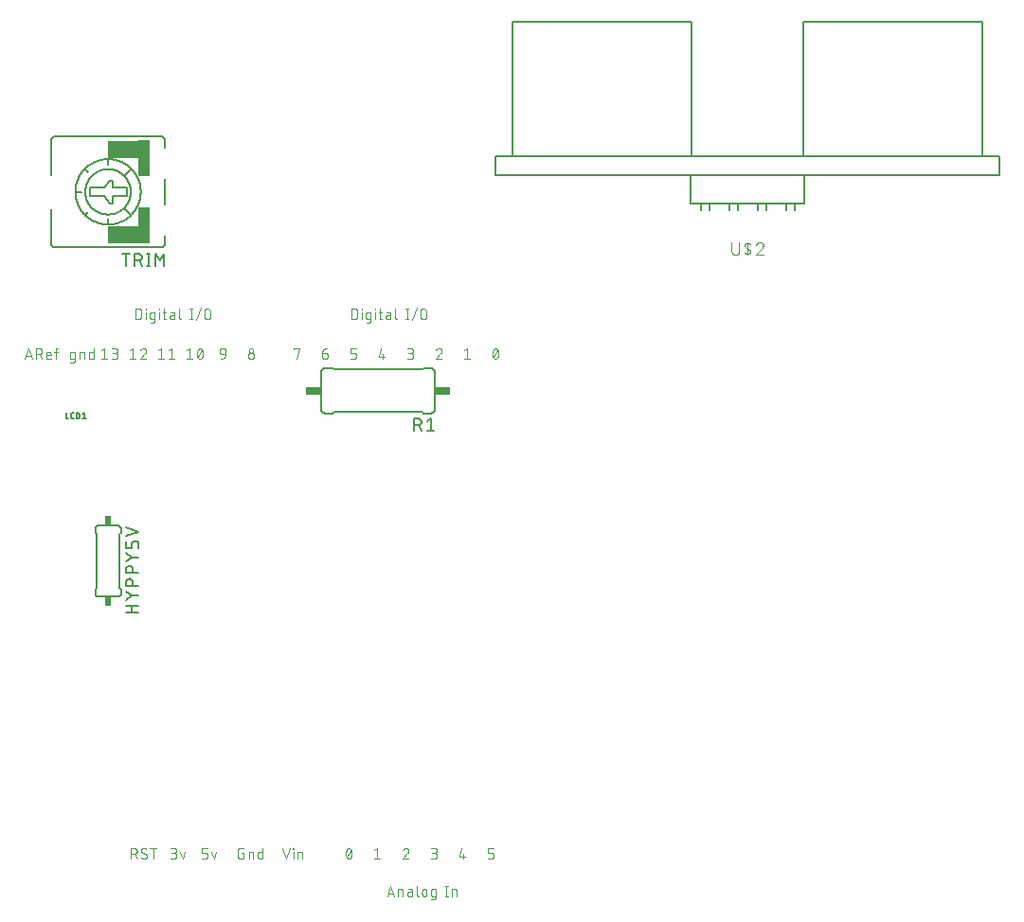
<source format=gbr>
G04 EAGLE Gerber RS-274X export*
G75*
%MOMM*%
%FSLAX34Y34*%
%LPD*%
%INSilkscreen Top*%
%IPPOS*%
%AMOC8*
5,1,8,0,0,1.08239X$1,22.5*%
G01*
%ADD10C,0.127000*%
%ADD11C,0.152400*%
%ADD12R,1.397000X0.762000*%
%ADD13R,1.016000X3.175000*%
%ADD14R,2.667000X1.524000*%
%ADD15C,0.076200*%
%ADD16C,0.101600*%
%ADD17R,0.609600X0.863600*%


D10*
X153035Y449961D02*
X153035Y445135D01*
X155180Y445135D01*
X158631Y445135D02*
X159704Y445135D01*
X158631Y445135D02*
X158566Y445137D01*
X158502Y445143D01*
X158438Y445153D01*
X158374Y445166D01*
X158312Y445184D01*
X158251Y445205D01*
X158191Y445229D01*
X158133Y445258D01*
X158076Y445290D01*
X158022Y445325D01*
X157970Y445363D01*
X157920Y445405D01*
X157873Y445449D01*
X157829Y445496D01*
X157787Y445546D01*
X157749Y445598D01*
X157714Y445652D01*
X157682Y445709D01*
X157653Y445767D01*
X157629Y445827D01*
X157608Y445888D01*
X157590Y445950D01*
X157577Y446014D01*
X157567Y446078D01*
X157561Y446142D01*
X157559Y446207D01*
X157559Y448889D01*
X157561Y448954D01*
X157567Y449018D01*
X157577Y449082D01*
X157590Y449146D01*
X157608Y449208D01*
X157629Y449269D01*
X157653Y449329D01*
X157682Y449387D01*
X157714Y449444D01*
X157749Y449498D01*
X157787Y449550D01*
X157829Y449600D01*
X157873Y449647D01*
X157920Y449691D01*
X157970Y449733D01*
X158022Y449771D01*
X158076Y449806D01*
X158133Y449838D01*
X158191Y449867D01*
X158251Y449891D01*
X158312Y449912D01*
X158374Y449930D01*
X158438Y449943D01*
X158502Y449953D01*
X158566Y449959D01*
X158631Y449961D01*
X159704Y449961D01*
X162342Y449961D02*
X162342Y445135D01*
X162342Y449961D02*
X163683Y449961D01*
X163753Y449959D01*
X163823Y449954D01*
X163893Y449944D01*
X163962Y449932D01*
X164030Y449915D01*
X164097Y449895D01*
X164164Y449872D01*
X164228Y449845D01*
X164292Y449815D01*
X164354Y449781D01*
X164413Y449745D01*
X164471Y449705D01*
X164527Y449662D01*
X164580Y449617D01*
X164631Y449568D01*
X164680Y449517D01*
X164725Y449464D01*
X164768Y449408D01*
X164808Y449350D01*
X164844Y449291D01*
X164878Y449229D01*
X164908Y449165D01*
X164935Y449101D01*
X164958Y449034D01*
X164978Y448967D01*
X164995Y448899D01*
X165007Y448830D01*
X165017Y448760D01*
X165022Y448690D01*
X165024Y448620D01*
X165023Y448620D02*
X165023Y446476D01*
X165024Y446476D02*
X165022Y446406D01*
X165017Y446336D01*
X165007Y446266D01*
X164995Y446197D01*
X164978Y446129D01*
X164958Y446062D01*
X164935Y445995D01*
X164908Y445931D01*
X164878Y445867D01*
X164844Y445805D01*
X164808Y445746D01*
X164768Y445688D01*
X164725Y445632D01*
X164680Y445579D01*
X164631Y445528D01*
X164580Y445479D01*
X164527Y445434D01*
X164471Y445391D01*
X164413Y445351D01*
X164353Y445315D01*
X164292Y445281D01*
X164228Y445251D01*
X164164Y445224D01*
X164097Y445201D01*
X164030Y445181D01*
X163962Y445164D01*
X163893Y445152D01*
X163823Y445142D01*
X163753Y445137D01*
X163683Y445135D01*
X162342Y445135D01*
X168012Y448889D02*
X169352Y449961D01*
X169352Y445135D01*
X168012Y445135D02*
X170693Y445135D01*
D11*
X381000Y453390D02*
X381000Y486410D01*
X381000Y453390D02*
X381002Y453268D01*
X381008Y453146D01*
X381018Y453024D01*
X381031Y452903D01*
X381049Y452782D01*
X381070Y452662D01*
X381096Y452542D01*
X381125Y452424D01*
X381157Y452306D01*
X381194Y452189D01*
X381234Y452074D01*
X381278Y451960D01*
X381326Y451848D01*
X381377Y451737D01*
X381432Y451628D01*
X381490Y451520D01*
X381552Y451415D01*
X381617Y451312D01*
X381685Y451210D01*
X381757Y451111D01*
X381831Y451015D01*
X381909Y450920D01*
X381990Y450829D01*
X382073Y450739D01*
X382159Y450653D01*
X382249Y450570D01*
X382340Y450489D01*
X382435Y450411D01*
X382531Y450337D01*
X382630Y450265D01*
X382732Y450197D01*
X382835Y450132D01*
X382940Y450070D01*
X383048Y450012D01*
X383157Y449957D01*
X383268Y449906D01*
X383380Y449858D01*
X383494Y449814D01*
X383609Y449774D01*
X383726Y449737D01*
X383844Y449705D01*
X383962Y449676D01*
X384082Y449650D01*
X384202Y449629D01*
X384323Y449611D01*
X384444Y449598D01*
X384566Y449588D01*
X384688Y449582D01*
X384810Y449580D01*
X478790Y490220D02*
X478912Y490218D01*
X479034Y490212D01*
X479156Y490202D01*
X479277Y490189D01*
X479398Y490171D01*
X479518Y490150D01*
X479638Y490124D01*
X479756Y490095D01*
X479874Y490063D01*
X479991Y490026D01*
X480106Y489986D01*
X480220Y489942D01*
X480332Y489894D01*
X480443Y489843D01*
X480552Y489788D01*
X480660Y489730D01*
X480765Y489668D01*
X480868Y489603D01*
X480970Y489535D01*
X481069Y489463D01*
X481165Y489389D01*
X481260Y489311D01*
X481351Y489230D01*
X481441Y489147D01*
X481527Y489061D01*
X481610Y488971D01*
X481691Y488880D01*
X481769Y488785D01*
X481843Y488689D01*
X481915Y488590D01*
X481983Y488488D01*
X482048Y488385D01*
X482110Y488280D01*
X482168Y488172D01*
X482223Y488063D01*
X482274Y487952D01*
X482322Y487840D01*
X482366Y487726D01*
X482406Y487611D01*
X482443Y487494D01*
X482475Y487376D01*
X482504Y487258D01*
X482530Y487138D01*
X482551Y487018D01*
X482569Y486897D01*
X482582Y486776D01*
X482592Y486654D01*
X482598Y486532D01*
X482600Y486410D01*
X384810Y490220D02*
X384688Y490218D01*
X384566Y490212D01*
X384444Y490202D01*
X384323Y490189D01*
X384202Y490171D01*
X384082Y490150D01*
X383962Y490124D01*
X383844Y490095D01*
X383726Y490063D01*
X383609Y490026D01*
X383494Y489986D01*
X383380Y489942D01*
X383268Y489894D01*
X383157Y489843D01*
X383048Y489788D01*
X382940Y489730D01*
X382835Y489668D01*
X382732Y489603D01*
X382630Y489535D01*
X382531Y489463D01*
X382435Y489389D01*
X382340Y489311D01*
X382249Y489230D01*
X382159Y489147D01*
X382073Y489061D01*
X381990Y488971D01*
X381909Y488880D01*
X381831Y488785D01*
X381757Y488689D01*
X381685Y488590D01*
X381617Y488488D01*
X381552Y488385D01*
X381490Y488280D01*
X381432Y488172D01*
X381377Y488063D01*
X381326Y487952D01*
X381278Y487840D01*
X381234Y487726D01*
X381194Y487611D01*
X381157Y487494D01*
X381125Y487376D01*
X381096Y487258D01*
X381070Y487138D01*
X381049Y487018D01*
X381031Y486897D01*
X381018Y486776D01*
X381008Y486654D01*
X381002Y486532D01*
X381000Y486410D01*
X478790Y449580D02*
X478912Y449582D01*
X479034Y449588D01*
X479156Y449598D01*
X479277Y449611D01*
X479398Y449629D01*
X479518Y449650D01*
X479638Y449676D01*
X479756Y449705D01*
X479874Y449737D01*
X479991Y449774D01*
X480106Y449814D01*
X480220Y449858D01*
X480332Y449906D01*
X480443Y449957D01*
X480552Y450012D01*
X480660Y450070D01*
X480765Y450132D01*
X480868Y450197D01*
X480970Y450265D01*
X481069Y450337D01*
X481165Y450411D01*
X481260Y450489D01*
X481351Y450570D01*
X481441Y450653D01*
X481527Y450739D01*
X481610Y450829D01*
X481691Y450920D01*
X481769Y451015D01*
X481843Y451111D01*
X481915Y451210D01*
X481983Y451312D01*
X482048Y451415D01*
X482110Y451520D01*
X482168Y451628D01*
X482223Y451737D01*
X482274Y451848D01*
X482322Y451960D01*
X482366Y452074D01*
X482406Y452189D01*
X482443Y452306D01*
X482475Y452424D01*
X482504Y452542D01*
X482530Y452662D01*
X482551Y452782D01*
X482569Y452903D01*
X482582Y453024D01*
X482592Y453146D01*
X482598Y453268D01*
X482600Y453390D01*
X391160Y449580D02*
X384810Y449580D01*
X391160Y449580D02*
X392430Y450850D01*
X391160Y490220D02*
X384810Y490220D01*
X391160Y490220D02*
X392430Y488950D01*
X471170Y450850D02*
X472440Y449580D01*
X471170Y450850D02*
X392430Y450850D01*
X471170Y488950D02*
X472440Y490220D01*
X471170Y488950D02*
X392430Y488950D01*
X482600Y486410D02*
X482600Y453390D01*
X478790Y449580D02*
X472440Y449580D01*
X472440Y490220D02*
X478790Y490220D01*
D12*
X374015Y469900D03*
X489585Y469900D03*
D10*
X464268Y445135D02*
X464268Y433705D01*
X464268Y445135D02*
X467443Y445135D01*
X467554Y445133D01*
X467664Y445127D01*
X467775Y445118D01*
X467885Y445104D01*
X467994Y445087D01*
X468103Y445066D01*
X468211Y445041D01*
X468318Y445012D01*
X468424Y444980D01*
X468529Y444944D01*
X468632Y444904D01*
X468734Y444861D01*
X468835Y444814D01*
X468934Y444763D01*
X469031Y444710D01*
X469125Y444653D01*
X469218Y444592D01*
X469309Y444529D01*
X469398Y444462D01*
X469484Y444392D01*
X469567Y444319D01*
X469649Y444244D01*
X469727Y444166D01*
X469802Y444084D01*
X469875Y444001D01*
X469945Y443915D01*
X470012Y443826D01*
X470075Y443735D01*
X470136Y443642D01*
X470193Y443547D01*
X470246Y443451D01*
X470297Y443352D01*
X470344Y443251D01*
X470387Y443149D01*
X470427Y443046D01*
X470463Y442941D01*
X470495Y442835D01*
X470524Y442728D01*
X470549Y442620D01*
X470570Y442511D01*
X470587Y442402D01*
X470601Y442292D01*
X470610Y442181D01*
X470616Y442071D01*
X470618Y441960D01*
X470616Y441849D01*
X470610Y441739D01*
X470601Y441628D01*
X470587Y441518D01*
X470570Y441409D01*
X470549Y441300D01*
X470524Y441192D01*
X470495Y441085D01*
X470463Y440979D01*
X470427Y440874D01*
X470387Y440771D01*
X470344Y440669D01*
X470297Y440568D01*
X470246Y440469D01*
X470193Y440372D01*
X470136Y440278D01*
X470075Y440185D01*
X470012Y440094D01*
X469945Y440005D01*
X469875Y439919D01*
X469802Y439836D01*
X469727Y439754D01*
X469649Y439676D01*
X469567Y439601D01*
X469484Y439528D01*
X469398Y439458D01*
X469309Y439391D01*
X469218Y439328D01*
X469125Y439267D01*
X469031Y439210D01*
X468934Y439157D01*
X468835Y439106D01*
X468734Y439059D01*
X468632Y439016D01*
X468529Y438976D01*
X468424Y438940D01*
X468318Y438908D01*
X468211Y438879D01*
X468103Y438854D01*
X467994Y438833D01*
X467885Y438816D01*
X467775Y438802D01*
X467664Y438793D01*
X467554Y438787D01*
X467443Y438785D01*
X464268Y438785D01*
X468078Y438785D02*
X470618Y433705D01*
X475615Y442595D02*
X478790Y445135D01*
X478790Y433705D01*
X475615Y433705D02*
X481965Y433705D01*
D11*
X186690Y643890D02*
X173990Y643890D01*
X173990Y651510D01*
X186690Y651510D01*
X191770Y657860D01*
X194310Y657860D01*
X194310Y651510D01*
X207010Y651510D01*
X207010Y643890D01*
X194310Y643890D01*
X194310Y637540D01*
X191770Y637540D01*
X186690Y643890D01*
X139700Y662940D02*
X139700Y693420D01*
X205740Y632460D02*
X210820Y627380D01*
X205740Y662940D02*
X210820Y668020D01*
X190500Y623570D02*
X190500Y618490D01*
X190500Y671830D02*
X190500Y676910D01*
X172720Y629920D02*
X170180Y627380D01*
X172720Y665480D02*
X170180Y668020D01*
X166370Y647700D02*
X161290Y647700D01*
X241300Y659130D02*
X241300Y636270D01*
X241300Y608330D02*
X241300Y601980D01*
X241300Y693420D02*
X241298Y693542D01*
X241292Y693664D01*
X241282Y693786D01*
X241269Y693907D01*
X241251Y694028D01*
X241230Y694148D01*
X241204Y694268D01*
X241175Y694386D01*
X241143Y694504D01*
X241106Y694621D01*
X241066Y694736D01*
X241022Y694850D01*
X240974Y694962D01*
X240923Y695073D01*
X240868Y695182D01*
X240810Y695290D01*
X240748Y695395D01*
X240683Y695498D01*
X240615Y695600D01*
X240543Y695699D01*
X240469Y695795D01*
X240391Y695890D01*
X240310Y695981D01*
X240227Y696071D01*
X240141Y696157D01*
X240051Y696240D01*
X239960Y696321D01*
X239865Y696399D01*
X239769Y696473D01*
X239670Y696545D01*
X239568Y696613D01*
X239465Y696678D01*
X239360Y696740D01*
X239252Y696798D01*
X239143Y696853D01*
X239032Y696904D01*
X238920Y696952D01*
X238806Y696996D01*
X238691Y697036D01*
X238574Y697073D01*
X238456Y697105D01*
X238338Y697134D01*
X238218Y697160D01*
X238098Y697181D01*
X237977Y697199D01*
X237856Y697212D01*
X237734Y697222D01*
X237612Y697228D01*
X237490Y697230D01*
X143510Y697230D02*
X143388Y697228D01*
X143266Y697222D01*
X143144Y697212D01*
X143023Y697199D01*
X142902Y697181D01*
X142782Y697160D01*
X142662Y697134D01*
X142544Y697105D01*
X142426Y697073D01*
X142309Y697036D01*
X142194Y696996D01*
X142080Y696952D01*
X141968Y696904D01*
X141857Y696853D01*
X141748Y696798D01*
X141640Y696740D01*
X141535Y696678D01*
X141432Y696613D01*
X141330Y696545D01*
X141231Y696473D01*
X141135Y696399D01*
X141040Y696321D01*
X140949Y696240D01*
X140859Y696157D01*
X140773Y696071D01*
X140690Y695981D01*
X140609Y695890D01*
X140531Y695795D01*
X140457Y695699D01*
X140385Y695600D01*
X140317Y695498D01*
X140252Y695395D01*
X140190Y695290D01*
X140132Y695182D01*
X140077Y695073D01*
X140026Y694962D01*
X139978Y694850D01*
X139934Y694736D01*
X139894Y694621D01*
X139857Y694504D01*
X139825Y694386D01*
X139796Y694268D01*
X139770Y694148D01*
X139749Y694028D01*
X139731Y693907D01*
X139718Y693786D01*
X139708Y693664D01*
X139702Y693542D01*
X139700Y693420D01*
X139700Y601980D02*
X139702Y601858D01*
X139708Y601736D01*
X139718Y601614D01*
X139731Y601493D01*
X139749Y601372D01*
X139770Y601252D01*
X139796Y601132D01*
X139825Y601014D01*
X139857Y600896D01*
X139894Y600779D01*
X139934Y600664D01*
X139978Y600550D01*
X140026Y600438D01*
X140077Y600327D01*
X140132Y600218D01*
X140190Y600110D01*
X140252Y600005D01*
X140317Y599902D01*
X140385Y599800D01*
X140457Y599701D01*
X140531Y599605D01*
X140609Y599510D01*
X140690Y599419D01*
X140773Y599329D01*
X140859Y599243D01*
X140949Y599160D01*
X141040Y599079D01*
X141135Y599001D01*
X141231Y598927D01*
X141330Y598855D01*
X141432Y598787D01*
X141535Y598722D01*
X141640Y598660D01*
X141748Y598602D01*
X141857Y598547D01*
X141968Y598496D01*
X142080Y598448D01*
X142194Y598404D01*
X142309Y598364D01*
X142426Y598327D01*
X142544Y598295D01*
X142662Y598266D01*
X142782Y598240D01*
X142902Y598219D01*
X143023Y598201D01*
X143144Y598188D01*
X143266Y598178D01*
X143388Y598172D01*
X143510Y598170D01*
X237490Y598170D02*
X237612Y598172D01*
X237734Y598178D01*
X237856Y598188D01*
X237977Y598201D01*
X238098Y598219D01*
X238218Y598240D01*
X238338Y598266D01*
X238456Y598295D01*
X238574Y598327D01*
X238691Y598364D01*
X238806Y598404D01*
X238920Y598448D01*
X239032Y598496D01*
X239143Y598547D01*
X239252Y598602D01*
X239360Y598660D01*
X239465Y598722D01*
X239568Y598787D01*
X239670Y598855D01*
X239769Y598927D01*
X239865Y599001D01*
X239960Y599079D01*
X240051Y599160D01*
X240141Y599243D01*
X240227Y599329D01*
X240310Y599419D01*
X240391Y599510D01*
X240469Y599605D01*
X240543Y599701D01*
X240615Y599800D01*
X240683Y599902D01*
X240748Y600005D01*
X240810Y600110D01*
X240868Y600218D01*
X240923Y600327D01*
X240974Y600438D01*
X241022Y600550D01*
X241066Y600664D01*
X241106Y600779D01*
X241143Y600896D01*
X241175Y601014D01*
X241204Y601132D01*
X241230Y601252D01*
X241251Y601372D01*
X241269Y601493D01*
X241282Y601614D01*
X241292Y601736D01*
X241298Y601858D01*
X241300Y601980D01*
X241300Y687070D02*
X241300Y693420D01*
X237490Y697230D02*
X143510Y697230D01*
X139700Y632460D02*
X139700Y601980D01*
X143510Y598170D02*
X237490Y598170D01*
X170180Y647700D02*
X170186Y648199D01*
X170204Y648697D01*
X170235Y649195D01*
X170278Y649692D01*
X170333Y650187D01*
X170400Y650682D01*
X170479Y651174D01*
X170570Y651664D01*
X170674Y652152D01*
X170789Y652637D01*
X170916Y653120D01*
X171055Y653599D01*
X171206Y654074D01*
X171368Y654546D01*
X171542Y655013D01*
X171727Y655476D01*
X171923Y655935D01*
X172131Y656388D01*
X172350Y656836D01*
X172579Y657279D01*
X172820Y657716D01*
X173071Y658147D01*
X173333Y658571D01*
X173605Y658989D01*
X173887Y659400D01*
X174179Y659805D01*
X174481Y660202D01*
X174792Y660591D01*
X175114Y660972D01*
X175444Y661346D01*
X175783Y661711D01*
X176132Y662068D01*
X176489Y662417D01*
X176854Y662756D01*
X177228Y663086D01*
X177609Y663408D01*
X177998Y663719D01*
X178395Y664021D01*
X178800Y664313D01*
X179211Y664595D01*
X179629Y664867D01*
X180053Y665129D01*
X180484Y665380D01*
X180921Y665621D01*
X181364Y665850D01*
X181812Y666069D01*
X182265Y666277D01*
X182724Y666473D01*
X183187Y666658D01*
X183654Y666832D01*
X184126Y666994D01*
X184601Y667145D01*
X185080Y667284D01*
X185563Y667411D01*
X186048Y667526D01*
X186536Y667630D01*
X187026Y667721D01*
X187518Y667800D01*
X188013Y667867D01*
X188508Y667922D01*
X189005Y667965D01*
X189503Y667996D01*
X190001Y668014D01*
X190500Y668020D01*
X190999Y668014D01*
X191497Y667996D01*
X191995Y667965D01*
X192492Y667922D01*
X192987Y667867D01*
X193482Y667800D01*
X193974Y667721D01*
X194464Y667630D01*
X194952Y667526D01*
X195437Y667411D01*
X195920Y667284D01*
X196399Y667145D01*
X196874Y666994D01*
X197346Y666832D01*
X197813Y666658D01*
X198276Y666473D01*
X198735Y666277D01*
X199188Y666069D01*
X199636Y665850D01*
X200079Y665621D01*
X200516Y665380D01*
X200947Y665129D01*
X201371Y664867D01*
X201789Y664595D01*
X202200Y664313D01*
X202605Y664021D01*
X203002Y663719D01*
X203391Y663408D01*
X203772Y663086D01*
X204146Y662756D01*
X204511Y662417D01*
X204868Y662068D01*
X205217Y661711D01*
X205556Y661346D01*
X205886Y660972D01*
X206208Y660591D01*
X206519Y660202D01*
X206821Y659805D01*
X207113Y659400D01*
X207395Y658989D01*
X207667Y658571D01*
X207929Y658147D01*
X208180Y657716D01*
X208421Y657279D01*
X208650Y656836D01*
X208869Y656388D01*
X209077Y655935D01*
X209273Y655476D01*
X209458Y655013D01*
X209632Y654546D01*
X209794Y654074D01*
X209945Y653599D01*
X210084Y653120D01*
X210211Y652637D01*
X210326Y652152D01*
X210430Y651664D01*
X210521Y651174D01*
X210600Y650682D01*
X210667Y650187D01*
X210722Y649692D01*
X210765Y649195D01*
X210796Y648697D01*
X210814Y648199D01*
X210820Y647700D01*
X210814Y647201D01*
X210796Y646703D01*
X210765Y646205D01*
X210722Y645708D01*
X210667Y645213D01*
X210600Y644718D01*
X210521Y644226D01*
X210430Y643736D01*
X210326Y643248D01*
X210211Y642763D01*
X210084Y642280D01*
X209945Y641801D01*
X209794Y641326D01*
X209632Y640854D01*
X209458Y640387D01*
X209273Y639924D01*
X209077Y639465D01*
X208869Y639012D01*
X208650Y638564D01*
X208421Y638121D01*
X208180Y637684D01*
X207929Y637253D01*
X207667Y636829D01*
X207395Y636411D01*
X207113Y636000D01*
X206821Y635595D01*
X206519Y635198D01*
X206208Y634809D01*
X205886Y634428D01*
X205556Y634054D01*
X205217Y633689D01*
X204868Y633332D01*
X204511Y632983D01*
X204146Y632644D01*
X203772Y632314D01*
X203391Y631992D01*
X203002Y631681D01*
X202605Y631379D01*
X202200Y631087D01*
X201789Y630805D01*
X201371Y630533D01*
X200947Y630271D01*
X200516Y630020D01*
X200079Y629779D01*
X199636Y629550D01*
X199188Y629331D01*
X198735Y629123D01*
X198276Y628927D01*
X197813Y628742D01*
X197346Y628568D01*
X196874Y628406D01*
X196399Y628255D01*
X195920Y628116D01*
X195437Y627989D01*
X194952Y627874D01*
X194464Y627770D01*
X193974Y627679D01*
X193482Y627600D01*
X192987Y627533D01*
X192492Y627478D01*
X191995Y627435D01*
X191497Y627404D01*
X190999Y627386D01*
X190500Y627380D01*
X190001Y627386D01*
X189503Y627404D01*
X189005Y627435D01*
X188508Y627478D01*
X188013Y627533D01*
X187518Y627600D01*
X187026Y627679D01*
X186536Y627770D01*
X186048Y627874D01*
X185563Y627989D01*
X185080Y628116D01*
X184601Y628255D01*
X184126Y628406D01*
X183654Y628568D01*
X183187Y628742D01*
X182724Y628927D01*
X182265Y629123D01*
X181812Y629331D01*
X181364Y629550D01*
X180921Y629779D01*
X180484Y630020D01*
X180053Y630271D01*
X179629Y630533D01*
X179211Y630805D01*
X178800Y631087D01*
X178395Y631379D01*
X177998Y631681D01*
X177609Y631992D01*
X177228Y632314D01*
X176854Y632644D01*
X176489Y632983D01*
X176132Y633332D01*
X175783Y633689D01*
X175444Y634054D01*
X175114Y634428D01*
X174792Y634809D01*
X174481Y635198D01*
X174179Y635595D01*
X173887Y636000D01*
X173605Y636411D01*
X173333Y636829D01*
X173071Y637253D01*
X172820Y637684D01*
X172579Y638121D01*
X172350Y638564D01*
X172131Y639012D01*
X171923Y639465D01*
X171727Y639924D01*
X171542Y640387D01*
X171368Y640854D01*
X171206Y641326D01*
X171055Y641801D01*
X170916Y642280D01*
X170789Y642763D01*
X170674Y643248D01*
X170570Y643736D01*
X170479Y644226D01*
X170400Y644718D01*
X170333Y645213D01*
X170278Y645708D01*
X170235Y646205D01*
X170204Y646703D01*
X170186Y647201D01*
X170180Y647700D01*
X161290Y647700D02*
X161299Y648417D01*
X161325Y649133D01*
X161369Y649849D01*
X161431Y650563D01*
X161510Y651276D01*
X161606Y651986D01*
X161720Y652694D01*
X161851Y653399D01*
X162000Y654100D01*
X162165Y654797D01*
X162348Y655491D01*
X162548Y656179D01*
X162764Y656863D01*
X162997Y657541D01*
X163247Y658213D01*
X163513Y658878D01*
X163796Y659537D01*
X164094Y660189D01*
X164409Y660833D01*
X164739Y661469D01*
X165085Y662098D01*
X165446Y662717D01*
X165822Y663327D01*
X166213Y663928D01*
X166618Y664519D01*
X167038Y665100D01*
X167472Y665671D01*
X167920Y666231D01*
X168382Y666779D01*
X168857Y667316D01*
X169345Y667841D01*
X169845Y668355D01*
X170359Y668855D01*
X170884Y669343D01*
X171421Y669818D01*
X171969Y670280D01*
X172529Y670728D01*
X173100Y671162D01*
X173681Y671582D01*
X174272Y671987D01*
X174873Y672378D01*
X175483Y672754D01*
X176102Y673115D01*
X176731Y673461D01*
X177367Y673791D01*
X178011Y674106D01*
X178663Y674404D01*
X179322Y674687D01*
X179987Y674953D01*
X180659Y675203D01*
X181337Y675436D01*
X182021Y675652D01*
X182709Y675852D01*
X183403Y676035D01*
X184100Y676200D01*
X184801Y676349D01*
X185506Y676480D01*
X186214Y676594D01*
X186924Y676690D01*
X187637Y676769D01*
X188351Y676831D01*
X189067Y676875D01*
X189783Y676901D01*
X190500Y676910D01*
X191217Y676901D01*
X191933Y676875D01*
X192649Y676831D01*
X193363Y676769D01*
X194076Y676690D01*
X194786Y676594D01*
X195494Y676480D01*
X196199Y676349D01*
X196900Y676200D01*
X197597Y676035D01*
X198291Y675852D01*
X198979Y675652D01*
X199663Y675436D01*
X200341Y675203D01*
X201013Y674953D01*
X201678Y674687D01*
X202337Y674404D01*
X202989Y674106D01*
X203633Y673791D01*
X204269Y673461D01*
X204898Y673115D01*
X205517Y672754D01*
X206127Y672378D01*
X206728Y671987D01*
X207319Y671582D01*
X207900Y671162D01*
X208471Y670728D01*
X209031Y670280D01*
X209579Y669818D01*
X210116Y669343D01*
X210641Y668855D01*
X211155Y668355D01*
X211655Y667841D01*
X212143Y667316D01*
X212618Y666779D01*
X213080Y666231D01*
X213528Y665671D01*
X213962Y665100D01*
X214382Y664519D01*
X214787Y663928D01*
X215178Y663327D01*
X215554Y662717D01*
X215915Y662098D01*
X216261Y661469D01*
X216591Y660833D01*
X216906Y660189D01*
X217204Y659537D01*
X217487Y658878D01*
X217753Y658213D01*
X218003Y657541D01*
X218236Y656863D01*
X218452Y656179D01*
X218652Y655491D01*
X218835Y654797D01*
X219000Y654100D01*
X219149Y653399D01*
X219280Y652694D01*
X219394Y651986D01*
X219490Y651276D01*
X219569Y650563D01*
X219631Y649849D01*
X219675Y649133D01*
X219701Y648417D01*
X219710Y647700D01*
X219701Y646983D01*
X219675Y646267D01*
X219631Y645551D01*
X219569Y644837D01*
X219490Y644124D01*
X219394Y643414D01*
X219280Y642706D01*
X219149Y642001D01*
X219000Y641300D01*
X218835Y640603D01*
X218652Y639909D01*
X218452Y639221D01*
X218236Y638537D01*
X218003Y637859D01*
X217753Y637187D01*
X217487Y636522D01*
X217204Y635863D01*
X216906Y635211D01*
X216591Y634567D01*
X216261Y633931D01*
X215915Y633302D01*
X215554Y632683D01*
X215178Y632073D01*
X214787Y631472D01*
X214382Y630881D01*
X213962Y630300D01*
X213528Y629729D01*
X213080Y629169D01*
X212618Y628621D01*
X212143Y628084D01*
X211655Y627559D01*
X211155Y627045D01*
X210641Y626545D01*
X210116Y626057D01*
X209579Y625582D01*
X209031Y625120D01*
X208471Y624672D01*
X207900Y624238D01*
X207319Y623818D01*
X206728Y623413D01*
X206127Y623022D01*
X205517Y622646D01*
X204898Y622285D01*
X204269Y621939D01*
X203633Y621609D01*
X202989Y621294D01*
X202337Y620996D01*
X201678Y620713D01*
X201013Y620447D01*
X200341Y620197D01*
X199663Y619964D01*
X198979Y619748D01*
X198291Y619548D01*
X197597Y619365D01*
X196900Y619200D01*
X196199Y619051D01*
X195494Y618920D01*
X194786Y618806D01*
X194076Y618710D01*
X193363Y618631D01*
X192649Y618569D01*
X191933Y618525D01*
X191217Y618499D01*
X190500Y618490D01*
X189783Y618499D01*
X189067Y618525D01*
X188351Y618569D01*
X187637Y618631D01*
X186924Y618710D01*
X186214Y618806D01*
X185506Y618920D01*
X184801Y619051D01*
X184100Y619200D01*
X183403Y619365D01*
X182709Y619548D01*
X182021Y619748D01*
X181337Y619964D01*
X180659Y620197D01*
X179987Y620447D01*
X179322Y620713D01*
X178663Y620996D01*
X178011Y621294D01*
X177367Y621609D01*
X176731Y621939D01*
X176102Y622285D01*
X175483Y622646D01*
X174873Y623022D01*
X174272Y623413D01*
X173681Y623818D01*
X173100Y624238D01*
X172529Y624672D01*
X171969Y625120D01*
X171421Y625582D01*
X170884Y626057D01*
X170359Y626545D01*
X169845Y627045D01*
X169345Y627559D01*
X168857Y628084D01*
X168382Y628621D01*
X167920Y629169D01*
X167472Y629729D01*
X167038Y630300D01*
X166618Y630881D01*
X166213Y631472D01*
X165822Y632073D01*
X165446Y632683D01*
X165085Y633302D01*
X164739Y633931D01*
X164409Y634567D01*
X164094Y635211D01*
X163796Y635863D01*
X163513Y636522D01*
X163247Y637187D01*
X162997Y637859D01*
X162764Y638537D01*
X162548Y639221D01*
X162348Y639909D01*
X162165Y640603D01*
X162000Y641300D01*
X161851Y642001D01*
X161720Y642706D01*
X161606Y643414D01*
X161510Y644124D01*
X161431Y644837D01*
X161369Y645551D01*
X161325Y646267D01*
X161299Y646983D01*
X161290Y647700D01*
D13*
X222250Y677545D03*
D14*
X203835Y685800D03*
X203835Y609600D03*
D13*
X222250Y617855D03*
D10*
X206375Y592455D02*
X206375Y581025D01*
X203200Y592455D02*
X209550Y592455D01*
X214332Y592455D02*
X214332Y581025D01*
X214332Y592455D02*
X217507Y592455D01*
X217618Y592453D01*
X217728Y592447D01*
X217839Y592438D01*
X217949Y592424D01*
X218058Y592407D01*
X218167Y592386D01*
X218275Y592361D01*
X218382Y592332D01*
X218488Y592300D01*
X218593Y592264D01*
X218696Y592224D01*
X218798Y592181D01*
X218899Y592134D01*
X218998Y592083D01*
X219095Y592030D01*
X219189Y591973D01*
X219282Y591912D01*
X219373Y591849D01*
X219462Y591782D01*
X219548Y591712D01*
X219631Y591639D01*
X219713Y591564D01*
X219791Y591486D01*
X219866Y591404D01*
X219939Y591321D01*
X220009Y591235D01*
X220076Y591146D01*
X220139Y591055D01*
X220200Y590962D01*
X220257Y590867D01*
X220310Y590771D01*
X220361Y590672D01*
X220408Y590571D01*
X220451Y590469D01*
X220491Y590366D01*
X220527Y590261D01*
X220559Y590155D01*
X220588Y590048D01*
X220613Y589940D01*
X220634Y589831D01*
X220651Y589722D01*
X220665Y589612D01*
X220674Y589501D01*
X220680Y589391D01*
X220682Y589280D01*
X220680Y589169D01*
X220674Y589059D01*
X220665Y588948D01*
X220651Y588838D01*
X220634Y588729D01*
X220613Y588620D01*
X220588Y588512D01*
X220559Y588405D01*
X220527Y588299D01*
X220491Y588194D01*
X220451Y588091D01*
X220408Y587989D01*
X220361Y587888D01*
X220310Y587789D01*
X220257Y587693D01*
X220200Y587598D01*
X220139Y587505D01*
X220076Y587414D01*
X220009Y587325D01*
X219939Y587239D01*
X219866Y587156D01*
X219791Y587074D01*
X219713Y586996D01*
X219631Y586921D01*
X219548Y586848D01*
X219462Y586778D01*
X219373Y586711D01*
X219282Y586648D01*
X219189Y586587D01*
X219094Y586530D01*
X218998Y586477D01*
X218899Y586426D01*
X218798Y586379D01*
X218696Y586336D01*
X218593Y586296D01*
X218488Y586260D01*
X218382Y586228D01*
X218275Y586199D01*
X218167Y586174D01*
X218058Y586153D01*
X217949Y586136D01*
X217839Y586122D01*
X217728Y586113D01*
X217618Y586107D01*
X217507Y586105D01*
X214332Y586105D01*
X218142Y586105D02*
X220682Y581025D01*
X226568Y581025D02*
X226568Y592455D01*
X225298Y581025D02*
X227838Y581025D01*
X227838Y592455D02*
X225298Y592455D01*
X233045Y592455D02*
X233045Y581025D01*
X236855Y586105D02*
X233045Y592455D01*
X236855Y586105D02*
X240665Y592455D01*
X240665Y581025D01*
D15*
X211100Y60579D02*
X211100Y51181D01*
X211100Y60579D02*
X213711Y60579D01*
X213812Y60577D01*
X213913Y60571D01*
X214014Y60561D01*
X214114Y60548D01*
X214214Y60530D01*
X214313Y60509D01*
X214411Y60483D01*
X214508Y60454D01*
X214604Y60422D01*
X214698Y60385D01*
X214791Y60345D01*
X214883Y60301D01*
X214972Y60254D01*
X215060Y60203D01*
X215146Y60149D01*
X215229Y60092D01*
X215311Y60032D01*
X215389Y59968D01*
X215466Y59902D01*
X215539Y59832D01*
X215610Y59760D01*
X215678Y59685D01*
X215743Y59607D01*
X215805Y59527D01*
X215864Y59445D01*
X215920Y59360D01*
X215972Y59273D01*
X216021Y59185D01*
X216067Y59094D01*
X216108Y59002D01*
X216147Y58908D01*
X216181Y58813D01*
X216212Y58717D01*
X216239Y58619D01*
X216263Y58521D01*
X216282Y58421D01*
X216298Y58321D01*
X216310Y58221D01*
X216318Y58120D01*
X216322Y58019D01*
X216322Y57917D01*
X216318Y57816D01*
X216310Y57715D01*
X216298Y57615D01*
X216282Y57515D01*
X216263Y57415D01*
X216239Y57317D01*
X216212Y57219D01*
X216181Y57123D01*
X216147Y57028D01*
X216108Y56934D01*
X216067Y56842D01*
X216021Y56751D01*
X215972Y56662D01*
X215920Y56576D01*
X215864Y56491D01*
X215805Y56409D01*
X215743Y56329D01*
X215678Y56251D01*
X215610Y56176D01*
X215539Y56104D01*
X215466Y56034D01*
X215389Y55968D01*
X215311Y55904D01*
X215229Y55844D01*
X215146Y55787D01*
X215060Y55733D01*
X214972Y55682D01*
X214883Y55635D01*
X214791Y55591D01*
X214698Y55551D01*
X214604Y55514D01*
X214508Y55482D01*
X214411Y55453D01*
X214313Y55427D01*
X214214Y55406D01*
X214114Y55388D01*
X214014Y55375D01*
X213913Y55365D01*
X213812Y55359D01*
X213711Y55357D01*
X213711Y55358D02*
X211100Y55358D01*
X214233Y55358D02*
X216321Y51181D01*
X223015Y51181D02*
X223104Y51183D01*
X223192Y51189D01*
X223280Y51198D01*
X223368Y51211D01*
X223455Y51228D01*
X223541Y51248D01*
X223626Y51273D01*
X223711Y51300D01*
X223794Y51332D01*
X223875Y51366D01*
X223955Y51405D01*
X224033Y51446D01*
X224110Y51491D01*
X224184Y51539D01*
X224257Y51590D01*
X224327Y51644D01*
X224394Y51702D01*
X224460Y51762D01*
X224522Y51824D01*
X224582Y51890D01*
X224640Y51957D01*
X224694Y52027D01*
X224745Y52100D01*
X224793Y52174D01*
X224838Y52251D01*
X224879Y52329D01*
X224918Y52409D01*
X224952Y52490D01*
X224984Y52573D01*
X225011Y52658D01*
X225036Y52743D01*
X225056Y52829D01*
X225073Y52916D01*
X225086Y53004D01*
X225095Y53092D01*
X225101Y53180D01*
X225103Y53269D01*
X223015Y51181D02*
X222886Y51183D01*
X222757Y51189D01*
X222628Y51198D01*
X222500Y51211D01*
X222372Y51228D01*
X222245Y51249D01*
X222118Y51273D01*
X221992Y51301D01*
X221867Y51333D01*
X221743Y51368D01*
X221620Y51407D01*
X221498Y51450D01*
X221378Y51496D01*
X221259Y51546D01*
X221141Y51599D01*
X221025Y51655D01*
X220911Y51715D01*
X220798Y51778D01*
X220688Y51845D01*
X220579Y51914D01*
X220473Y51987D01*
X220368Y52063D01*
X220266Y52142D01*
X220167Y52224D01*
X220069Y52308D01*
X219974Y52396D01*
X219882Y52486D01*
X220144Y58491D02*
X220146Y58580D01*
X220152Y58668D01*
X220161Y58756D01*
X220174Y58844D01*
X220191Y58931D01*
X220211Y59017D01*
X220236Y59102D01*
X220263Y59187D01*
X220295Y59270D01*
X220329Y59351D01*
X220368Y59431D01*
X220409Y59509D01*
X220454Y59586D01*
X220502Y59660D01*
X220553Y59733D01*
X220607Y59803D01*
X220665Y59870D01*
X220725Y59936D01*
X220787Y59998D01*
X220853Y60058D01*
X220920Y60116D01*
X220990Y60170D01*
X221063Y60221D01*
X221137Y60269D01*
X221214Y60314D01*
X221292Y60355D01*
X221372Y60394D01*
X221453Y60428D01*
X221536Y60460D01*
X221621Y60487D01*
X221706Y60512D01*
X221792Y60532D01*
X221879Y60549D01*
X221967Y60562D01*
X222055Y60571D01*
X222143Y60577D01*
X222232Y60579D01*
X222352Y60577D01*
X222472Y60572D01*
X222592Y60562D01*
X222711Y60550D01*
X222830Y60533D01*
X222948Y60513D01*
X223066Y60489D01*
X223182Y60462D01*
X223298Y60431D01*
X223413Y60397D01*
X223527Y60359D01*
X223640Y60317D01*
X223751Y60272D01*
X223861Y60224D01*
X223969Y60173D01*
X224076Y60118D01*
X224181Y60060D01*
X224284Y59998D01*
X224385Y59934D01*
X224485Y59866D01*
X224582Y59796D01*
X221187Y56664D02*
X221109Y56712D01*
X221033Y56764D01*
X220960Y56818D01*
X220889Y56876D01*
X220820Y56937D01*
X220754Y57001D01*
X220691Y57068D01*
X220631Y57137D01*
X220574Y57209D01*
X220520Y57283D01*
X220470Y57360D01*
X220422Y57439D01*
X220379Y57519D01*
X220338Y57602D01*
X220302Y57686D01*
X220269Y57771D01*
X220240Y57858D01*
X220214Y57947D01*
X220192Y58036D01*
X220175Y58126D01*
X220161Y58216D01*
X220151Y58308D01*
X220145Y58399D01*
X220143Y58491D01*
X224059Y55096D02*
X224137Y55048D01*
X224213Y54996D01*
X224286Y54942D01*
X224357Y54884D01*
X224426Y54823D01*
X224492Y54759D01*
X224555Y54692D01*
X224615Y54623D01*
X224672Y54551D01*
X224726Y54477D01*
X224776Y54400D01*
X224824Y54321D01*
X224867Y54241D01*
X224908Y54158D01*
X224944Y54074D01*
X224977Y53989D01*
X225006Y53902D01*
X225032Y53813D01*
X225054Y53724D01*
X225071Y53634D01*
X225085Y53544D01*
X225095Y53452D01*
X225101Y53361D01*
X225103Y53269D01*
X224059Y55097D02*
X221187Y56663D01*
X230722Y60579D02*
X230722Y51181D01*
X228112Y60579D02*
X233333Y60579D01*
X246304Y51181D02*
X248915Y51181D01*
X249016Y51183D01*
X249117Y51189D01*
X249218Y51199D01*
X249318Y51212D01*
X249418Y51230D01*
X249517Y51251D01*
X249615Y51277D01*
X249712Y51306D01*
X249808Y51338D01*
X249902Y51375D01*
X249995Y51415D01*
X250087Y51459D01*
X250176Y51506D01*
X250264Y51557D01*
X250350Y51611D01*
X250433Y51668D01*
X250515Y51728D01*
X250593Y51792D01*
X250670Y51858D01*
X250743Y51928D01*
X250814Y52000D01*
X250882Y52075D01*
X250947Y52153D01*
X251009Y52233D01*
X251068Y52315D01*
X251124Y52400D01*
X251176Y52486D01*
X251225Y52575D01*
X251271Y52666D01*
X251312Y52758D01*
X251351Y52852D01*
X251385Y52947D01*
X251416Y53043D01*
X251443Y53141D01*
X251467Y53239D01*
X251486Y53339D01*
X251502Y53439D01*
X251514Y53539D01*
X251522Y53640D01*
X251526Y53741D01*
X251526Y53843D01*
X251522Y53944D01*
X251514Y54045D01*
X251502Y54145D01*
X251486Y54245D01*
X251467Y54345D01*
X251443Y54443D01*
X251416Y54541D01*
X251385Y54637D01*
X251351Y54732D01*
X251312Y54826D01*
X251271Y54918D01*
X251225Y55009D01*
X251176Y55097D01*
X251124Y55184D01*
X251068Y55269D01*
X251009Y55351D01*
X250947Y55431D01*
X250882Y55509D01*
X250814Y55584D01*
X250743Y55656D01*
X250670Y55726D01*
X250593Y55792D01*
X250515Y55856D01*
X250433Y55916D01*
X250350Y55973D01*
X250264Y56027D01*
X250176Y56078D01*
X250087Y56125D01*
X249995Y56169D01*
X249902Y56209D01*
X249808Y56246D01*
X249712Y56278D01*
X249615Y56307D01*
X249517Y56333D01*
X249418Y56354D01*
X249318Y56372D01*
X249218Y56385D01*
X249117Y56395D01*
X249016Y56401D01*
X248915Y56403D01*
X249437Y60579D02*
X246304Y60579D01*
X249437Y60579D02*
X249527Y60577D01*
X249616Y60571D01*
X249706Y60562D01*
X249795Y60548D01*
X249883Y60531D01*
X249970Y60510D01*
X250057Y60485D01*
X250142Y60456D01*
X250226Y60424D01*
X250308Y60389D01*
X250389Y60349D01*
X250468Y60307D01*
X250545Y60261D01*
X250620Y60211D01*
X250693Y60159D01*
X250764Y60103D01*
X250832Y60045D01*
X250897Y59983D01*
X250960Y59919D01*
X251020Y59852D01*
X251077Y59783D01*
X251131Y59711D01*
X251182Y59637D01*
X251230Y59561D01*
X251274Y59483D01*
X251315Y59403D01*
X251353Y59321D01*
X251387Y59238D01*
X251417Y59153D01*
X251444Y59067D01*
X251467Y58981D01*
X251486Y58893D01*
X251501Y58804D01*
X251513Y58715D01*
X251521Y58626D01*
X251525Y58536D01*
X251525Y58446D01*
X251521Y58356D01*
X251513Y58267D01*
X251501Y58178D01*
X251486Y58089D01*
X251467Y58001D01*
X251444Y57915D01*
X251417Y57829D01*
X251387Y57744D01*
X251353Y57661D01*
X251315Y57579D01*
X251274Y57499D01*
X251230Y57421D01*
X251182Y57345D01*
X251131Y57271D01*
X251077Y57199D01*
X251020Y57130D01*
X250960Y57063D01*
X250897Y56999D01*
X250832Y56937D01*
X250764Y56879D01*
X250693Y56823D01*
X250620Y56771D01*
X250545Y56721D01*
X250468Y56675D01*
X250389Y56633D01*
X250308Y56593D01*
X250226Y56558D01*
X250142Y56526D01*
X250057Y56497D01*
X249970Y56472D01*
X249883Y56451D01*
X249795Y56434D01*
X249706Y56420D01*
X249616Y56411D01*
X249527Y56405D01*
X249437Y56403D01*
X249437Y56402D02*
X247348Y56402D01*
X255056Y57446D02*
X257144Y51181D01*
X259233Y57446D01*
X274244Y51181D02*
X277377Y51181D01*
X277466Y51183D01*
X277554Y51189D01*
X277642Y51198D01*
X277730Y51211D01*
X277817Y51228D01*
X277903Y51248D01*
X277988Y51273D01*
X278073Y51300D01*
X278156Y51332D01*
X278237Y51366D01*
X278317Y51405D01*
X278395Y51446D01*
X278472Y51491D01*
X278546Y51539D01*
X278619Y51590D01*
X278689Y51644D01*
X278756Y51702D01*
X278822Y51762D01*
X278884Y51824D01*
X278944Y51890D01*
X279002Y51957D01*
X279056Y52027D01*
X279107Y52100D01*
X279155Y52174D01*
X279200Y52251D01*
X279241Y52329D01*
X279280Y52409D01*
X279314Y52490D01*
X279346Y52573D01*
X279373Y52658D01*
X279398Y52743D01*
X279418Y52829D01*
X279435Y52916D01*
X279448Y53004D01*
X279457Y53092D01*
X279463Y53180D01*
X279465Y53269D01*
X279465Y54314D01*
X279463Y54403D01*
X279457Y54491D01*
X279448Y54579D01*
X279435Y54667D01*
X279418Y54754D01*
X279398Y54840D01*
X279373Y54925D01*
X279346Y55010D01*
X279314Y55093D01*
X279280Y55174D01*
X279241Y55254D01*
X279200Y55332D01*
X279155Y55409D01*
X279107Y55483D01*
X279056Y55556D01*
X279002Y55626D01*
X278944Y55693D01*
X278884Y55759D01*
X278822Y55821D01*
X278756Y55881D01*
X278689Y55939D01*
X278619Y55993D01*
X278546Y56044D01*
X278472Y56092D01*
X278395Y56137D01*
X278317Y56178D01*
X278237Y56217D01*
X278156Y56251D01*
X278073Y56283D01*
X277988Y56310D01*
X277903Y56335D01*
X277817Y56355D01*
X277730Y56372D01*
X277642Y56385D01*
X277554Y56394D01*
X277466Y56400D01*
X277377Y56402D01*
X274244Y56402D01*
X274244Y60579D01*
X279465Y60579D01*
X282996Y57446D02*
X285084Y51181D01*
X287173Y57446D01*
X310207Y56402D02*
X311773Y56402D01*
X311773Y51181D01*
X308640Y51181D01*
X308551Y51183D01*
X308463Y51189D01*
X308375Y51198D01*
X308287Y51211D01*
X308200Y51228D01*
X308114Y51248D01*
X308029Y51273D01*
X307944Y51300D01*
X307861Y51332D01*
X307780Y51366D01*
X307700Y51405D01*
X307622Y51446D01*
X307545Y51491D01*
X307471Y51539D01*
X307398Y51590D01*
X307328Y51644D01*
X307261Y51702D01*
X307195Y51762D01*
X307133Y51824D01*
X307073Y51890D01*
X307015Y51957D01*
X306961Y52027D01*
X306910Y52100D01*
X306862Y52174D01*
X306817Y52251D01*
X306776Y52329D01*
X306737Y52409D01*
X306703Y52490D01*
X306671Y52573D01*
X306644Y52658D01*
X306619Y52743D01*
X306599Y52829D01*
X306582Y52916D01*
X306569Y53004D01*
X306560Y53092D01*
X306554Y53180D01*
X306552Y53269D01*
X306552Y58491D01*
X306554Y58582D01*
X306560Y58673D01*
X306570Y58764D01*
X306584Y58854D01*
X306601Y58943D01*
X306623Y59031D01*
X306649Y59119D01*
X306678Y59205D01*
X306711Y59290D01*
X306748Y59373D01*
X306788Y59455D01*
X306832Y59535D01*
X306879Y59613D01*
X306930Y59689D01*
X306983Y59762D01*
X307040Y59833D01*
X307101Y59902D01*
X307164Y59967D01*
X307229Y60030D01*
X307298Y60090D01*
X307369Y60148D01*
X307442Y60201D01*
X307518Y60252D01*
X307596Y60299D01*
X307676Y60343D01*
X307758Y60383D01*
X307841Y60420D01*
X307926Y60453D01*
X308012Y60482D01*
X308100Y60508D01*
X308188Y60530D01*
X308277Y60547D01*
X308367Y60561D01*
X308458Y60571D01*
X308549Y60577D01*
X308640Y60579D01*
X311773Y60579D01*
X316218Y57446D02*
X316218Y51181D01*
X316218Y57446D02*
X318829Y57446D01*
X318906Y57444D01*
X318982Y57438D01*
X319059Y57429D01*
X319135Y57416D01*
X319210Y57399D01*
X319284Y57379D01*
X319357Y57354D01*
X319428Y57327D01*
X319499Y57296D01*
X319567Y57261D01*
X319634Y57223D01*
X319699Y57182D01*
X319762Y57138D01*
X319822Y57091D01*
X319881Y57040D01*
X319936Y56987D01*
X319989Y56932D01*
X320040Y56873D01*
X320087Y56813D01*
X320131Y56750D01*
X320172Y56685D01*
X320210Y56618D01*
X320245Y56550D01*
X320276Y56479D01*
X320303Y56408D01*
X320328Y56335D01*
X320348Y56261D01*
X320365Y56186D01*
X320378Y56110D01*
X320387Y56034D01*
X320393Y55957D01*
X320395Y55880D01*
X320395Y51181D01*
X328579Y51181D02*
X328579Y60579D01*
X328579Y51181D02*
X325968Y51181D01*
X325891Y51183D01*
X325815Y51189D01*
X325738Y51198D01*
X325662Y51211D01*
X325587Y51228D01*
X325513Y51248D01*
X325440Y51273D01*
X325369Y51300D01*
X325298Y51331D01*
X325230Y51366D01*
X325163Y51404D01*
X325098Y51445D01*
X325035Y51489D01*
X324975Y51536D01*
X324916Y51587D01*
X324861Y51640D01*
X324808Y51695D01*
X324757Y51754D01*
X324710Y51814D01*
X324666Y51877D01*
X324625Y51942D01*
X324587Y52009D01*
X324552Y52077D01*
X324521Y52148D01*
X324494Y52219D01*
X324469Y52292D01*
X324449Y52366D01*
X324432Y52441D01*
X324419Y52517D01*
X324410Y52594D01*
X324404Y52670D01*
X324402Y52747D01*
X324402Y55880D01*
X324404Y55957D01*
X324410Y56033D01*
X324419Y56110D01*
X324432Y56186D01*
X324449Y56261D01*
X324469Y56335D01*
X324494Y56408D01*
X324521Y56479D01*
X324552Y56550D01*
X324587Y56618D01*
X324625Y56685D01*
X324666Y56750D01*
X324710Y56813D01*
X324757Y56873D01*
X324808Y56932D01*
X324861Y56987D01*
X324916Y57040D01*
X324975Y57091D01*
X325035Y57138D01*
X325098Y57182D01*
X325163Y57223D01*
X325230Y57261D01*
X325298Y57296D01*
X325369Y57327D01*
X325440Y57354D01*
X325513Y57379D01*
X325587Y57399D01*
X325662Y57416D01*
X325738Y57429D01*
X325815Y57438D01*
X325891Y57444D01*
X325968Y57446D01*
X328579Y57446D01*
X346634Y60579D02*
X349767Y51181D01*
X352899Y60579D01*
X356167Y57446D02*
X356167Y51181D01*
X355906Y60057D02*
X355906Y60579D01*
X356428Y60579D01*
X356428Y60057D01*
X355906Y60057D01*
X360175Y57446D02*
X360175Y51181D01*
X360175Y57446D02*
X362786Y57446D01*
X362863Y57444D01*
X362939Y57438D01*
X363016Y57429D01*
X363092Y57416D01*
X363167Y57399D01*
X363241Y57379D01*
X363314Y57354D01*
X363385Y57327D01*
X363456Y57296D01*
X363524Y57261D01*
X363591Y57223D01*
X363656Y57182D01*
X363719Y57138D01*
X363779Y57091D01*
X363838Y57040D01*
X363893Y56987D01*
X363946Y56932D01*
X363997Y56873D01*
X364044Y56813D01*
X364088Y56750D01*
X364129Y56685D01*
X364167Y56618D01*
X364202Y56550D01*
X364233Y56479D01*
X364260Y56408D01*
X364285Y56335D01*
X364305Y56261D01*
X364322Y56186D01*
X364335Y56110D01*
X364344Y56034D01*
X364350Y55957D01*
X364352Y55880D01*
X364352Y51181D01*
X443035Y27102D02*
X439902Y17704D01*
X446167Y17704D02*
X443035Y27102D01*
X445384Y20054D02*
X440685Y20054D01*
X449785Y17704D02*
X449785Y23969D01*
X452396Y23969D01*
X452473Y23967D01*
X452549Y23961D01*
X452626Y23952D01*
X452702Y23939D01*
X452777Y23922D01*
X452851Y23902D01*
X452924Y23877D01*
X452995Y23850D01*
X453066Y23819D01*
X453134Y23784D01*
X453201Y23746D01*
X453266Y23705D01*
X453329Y23661D01*
X453389Y23614D01*
X453448Y23563D01*
X453503Y23510D01*
X453556Y23455D01*
X453607Y23396D01*
X453654Y23336D01*
X453698Y23273D01*
X453739Y23208D01*
X453777Y23141D01*
X453812Y23073D01*
X453843Y23002D01*
X453870Y22931D01*
X453895Y22858D01*
X453915Y22784D01*
X453932Y22709D01*
X453945Y22633D01*
X453954Y22557D01*
X453960Y22480D01*
X453962Y22403D01*
X453962Y17704D01*
X459797Y21359D02*
X462146Y21359D01*
X459797Y21358D02*
X459713Y21356D01*
X459628Y21350D01*
X459545Y21340D01*
X459461Y21327D01*
X459379Y21309D01*
X459297Y21288D01*
X459216Y21263D01*
X459137Y21235D01*
X459059Y21202D01*
X458983Y21166D01*
X458908Y21127D01*
X458835Y21084D01*
X458764Y21038D01*
X458696Y20989D01*
X458630Y20937D01*
X458566Y20881D01*
X458505Y20823D01*
X458447Y20762D01*
X458391Y20698D01*
X458339Y20632D01*
X458290Y20564D01*
X458244Y20493D01*
X458201Y20420D01*
X458162Y20345D01*
X458126Y20269D01*
X458093Y20191D01*
X458065Y20112D01*
X458040Y20031D01*
X458019Y19949D01*
X458001Y19867D01*
X457988Y19783D01*
X457978Y19700D01*
X457972Y19615D01*
X457970Y19531D01*
X457972Y19447D01*
X457978Y19362D01*
X457988Y19279D01*
X458001Y19195D01*
X458019Y19113D01*
X458040Y19031D01*
X458065Y18950D01*
X458093Y18871D01*
X458126Y18793D01*
X458162Y18717D01*
X458201Y18642D01*
X458244Y18569D01*
X458290Y18498D01*
X458339Y18430D01*
X458391Y18364D01*
X458447Y18300D01*
X458505Y18239D01*
X458566Y18181D01*
X458630Y18125D01*
X458696Y18073D01*
X458764Y18024D01*
X458835Y17978D01*
X458908Y17935D01*
X458983Y17896D01*
X459059Y17860D01*
X459137Y17827D01*
X459216Y17799D01*
X459297Y17774D01*
X459379Y17753D01*
X459461Y17735D01*
X459545Y17722D01*
X459628Y17712D01*
X459713Y17706D01*
X459797Y17704D01*
X462146Y17704D01*
X462146Y22403D01*
X462144Y22480D01*
X462138Y22556D01*
X462129Y22633D01*
X462116Y22709D01*
X462099Y22784D01*
X462079Y22858D01*
X462054Y22931D01*
X462027Y23002D01*
X461996Y23073D01*
X461961Y23141D01*
X461923Y23208D01*
X461882Y23273D01*
X461838Y23336D01*
X461791Y23396D01*
X461740Y23455D01*
X461687Y23510D01*
X461632Y23563D01*
X461573Y23614D01*
X461513Y23661D01*
X461450Y23705D01*
X461385Y23746D01*
X461318Y23784D01*
X461250Y23819D01*
X461179Y23850D01*
X461108Y23877D01*
X461035Y23902D01*
X460961Y23922D01*
X460886Y23939D01*
X460810Y23952D01*
X460733Y23961D01*
X460657Y23967D01*
X460580Y23969D01*
X458491Y23969D01*
X466370Y27102D02*
X466370Y19270D01*
X466372Y19193D01*
X466378Y19117D01*
X466387Y19040D01*
X466400Y18964D01*
X466417Y18889D01*
X466437Y18815D01*
X466462Y18742D01*
X466489Y18671D01*
X466520Y18600D01*
X466555Y18532D01*
X466593Y18465D01*
X466634Y18400D01*
X466678Y18337D01*
X466725Y18277D01*
X466776Y18218D01*
X466829Y18163D01*
X466884Y18110D01*
X466943Y18059D01*
X467003Y18012D01*
X467066Y17968D01*
X467131Y17927D01*
X467198Y17889D01*
X467266Y17854D01*
X467337Y17823D01*
X467408Y17796D01*
X467481Y17771D01*
X467555Y17751D01*
X467630Y17734D01*
X467706Y17721D01*
X467783Y17712D01*
X467859Y17706D01*
X467936Y17704D01*
X471121Y19792D02*
X471121Y21881D01*
X471122Y21881D02*
X471124Y21971D01*
X471130Y22060D01*
X471139Y22150D01*
X471153Y22239D01*
X471170Y22327D01*
X471191Y22414D01*
X471216Y22501D01*
X471245Y22586D01*
X471277Y22670D01*
X471312Y22752D01*
X471352Y22833D01*
X471394Y22912D01*
X471440Y22989D01*
X471490Y23064D01*
X471542Y23137D01*
X471598Y23208D01*
X471656Y23276D01*
X471718Y23341D01*
X471782Y23404D01*
X471849Y23464D01*
X471918Y23521D01*
X471990Y23575D01*
X472064Y23626D01*
X472140Y23674D01*
X472218Y23718D01*
X472298Y23759D01*
X472380Y23797D01*
X472463Y23831D01*
X472548Y23861D01*
X472634Y23888D01*
X472720Y23911D01*
X472808Y23930D01*
X472897Y23945D01*
X472986Y23957D01*
X473075Y23965D01*
X473165Y23969D01*
X473255Y23969D01*
X473345Y23965D01*
X473434Y23957D01*
X473523Y23945D01*
X473612Y23930D01*
X473700Y23911D01*
X473786Y23888D01*
X473872Y23861D01*
X473957Y23831D01*
X474040Y23797D01*
X474122Y23759D01*
X474202Y23718D01*
X474280Y23674D01*
X474356Y23626D01*
X474430Y23575D01*
X474502Y23521D01*
X474571Y23464D01*
X474638Y23404D01*
X474702Y23341D01*
X474764Y23276D01*
X474822Y23208D01*
X474878Y23137D01*
X474930Y23064D01*
X474980Y22989D01*
X475026Y22912D01*
X475068Y22833D01*
X475108Y22752D01*
X475143Y22670D01*
X475175Y22586D01*
X475204Y22501D01*
X475229Y22414D01*
X475250Y22327D01*
X475267Y22239D01*
X475281Y22150D01*
X475290Y22060D01*
X475296Y21971D01*
X475298Y21881D01*
X475298Y19792D01*
X475296Y19702D01*
X475290Y19613D01*
X475281Y19523D01*
X475267Y19434D01*
X475250Y19346D01*
X475229Y19259D01*
X475204Y19172D01*
X475175Y19087D01*
X475143Y19003D01*
X475108Y18921D01*
X475068Y18840D01*
X475026Y18761D01*
X474980Y18684D01*
X474930Y18609D01*
X474878Y18536D01*
X474822Y18465D01*
X474764Y18397D01*
X474702Y18332D01*
X474638Y18269D01*
X474571Y18209D01*
X474502Y18152D01*
X474430Y18098D01*
X474356Y18047D01*
X474280Y17999D01*
X474202Y17955D01*
X474122Y17914D01*
X474040Y17876D01*
X473957Y17842D01*
X473872Y17812D01*
X473786Y17785D01*
X473700Y17762D01*
X473612Y17743D01*
X473523Y17728D01*
X473434Y17716D01*
X473345Y17708D01*
X473255Y17704D01*
X473165Y17704D01*
X473075Y17708D01*
X472986Y17716D01*
X472897Y17728D01*
X472808Y17743D01*
X472720Y17762D01*
X472634Y17785D01*
X472548Y17812D01*
X472463Y17842D01*
X472380Y17876D01*
X472298Y17914D01*
X472218Y17955D01*
X472140Y17999D01*
X472064Y18047D01*
X471990Y18098D01*
X471918Y18152D01*
X471849Y18209D01*
X471782Y18269D01*
X471718Y18332D01*
X471656Y18397D01*
X471598Y18465D01*
X471542Y18536D01*
X471490Y18609D01*
X471440Y18684D01*
X471394Y18761D01*
X471352Y18840D01*
X471312Y18921D01*
X471277Y19003D01*
X471245Y19087D01*
X471216Y19172D01*
X471191Y19259D01*
X471170Y19346D01*
X471153Y19434D01*
X471139Y19523D01*
X471130Y19613D01*
X471124Y19702D01*
X471122Y19792D01*
X480567Y17704D02*
X483177Y17704D01*
X480567Y17704D02*
X480490Y17706D01*
X480414Y17712D01*
X480337Y17721D01*
X480261Y17734D01*
X480186Y17751D01*
X480112Y17771D01*
X480039Y17796D01*
X479968Y17823D01*
X479897Y17854D01*
X479829Y17889D01*
X479762Y17927D01*
X479697Y17968D01*
X479634Y18012D01*
X479574Y18059D01*
X479515Y18110D01*
X479460Y18163D01*
X479407Y18218D01*
X479356Y18277D01*
X479309Y18337D01*
X479265Y18400D01*
X479224Y18465D01*
X479186Y18532D01*
X479151Y18600D01*
X479120Y18671D01*
X479093Y18742D01*
X479068Y18815D01*
X479048Y18889D01*
X479031Y18964D01*
X479018Y19040D01*
X479009Y19117D01*
X479003Y19193D01*
X479001Y19270D01*
X479000Y19270D02*
X479000Y22403D01*
X479001Y22403D02*
X479003Y22480D01*
X479009Y22556D01*
X479018Y22633D01*
X479031Y22709D01*
X479048Y22784D01*
X479068Y22858D01*
X479093Y22931D01*
X479120Y23002D01*
X479151Y23073D01*
X479186Y23141D01*
X479224Y23208D01*
X479265Y23273D01*
X479309Y23336D01*
X479356Y23396D01*
X479407Y23455D01*
X479460Y23510D01*
X479515Y23563D01*
X479574Y23614D01*
X479634Y23661D01*
X479697Y23705D01*
X479762Y23746D01*
X479829Y23784D01*
X479897Y23819D01*
X479968Y23850D01*
X480039Y23877D01*
X480112Y23902D01*
X480186Y23922D01*
X480261Y23939D01*
X480337Y23952D01*
X480414Y23961D01*
X480490Y23967D01*
X480567Y23969D01*
X483177Y23969D01*
X483177Y16138D01*
X483175Y16061D01*
X483169Y15985D01*
X483160Y15908D01*
X483147Y15832D01*
X483130Y15757D01*
X483110Y15683D01*
X483085Y15610D01*
X483058Y15539D01*
X483027Y15468D01*
X482992Y15400D01*
X482954Y15333D01*
X482913Y15268D01*
X482869Y15205D01*
X482822Y15145D01*
X482771Y15086D01*
X482718Y15031D01*
X482663Y14978D01*
X482604Y14927D01*
X482544Y14880D01*
X482481Y14836D01*
X482416Y14795D01*
X482349Y14757D01*
X482281Y14722D01*
X482210Y14691D01*
X482139Y14664D01*
X482066Y14639D01*
X481992Y14619D01*
X481917Y14602D01*
X481841Y14589D01*
X481765Y14580D01*
X481688Y14574D01*
X481611Y14572D01*
X481611Y14571D02*
X479522Y14571D01*
X493022Y17704D02*
X493022Y27102D01*
X491977Y17704D02*
X494066Y17704D01*
X494066Y27102D02*
X491977Y27102D01*
X497943Y23969D02*
X497943Y17704D01*
X497943Y23969D02*
X500554Y23969D01*
X500631Y23967D01*
X500707Y23961D01*
X500784Y23952D01*
X500860Y23939D01*
X500935Y23922D01*
X501009Y23902D01*
X501082Y23877D01*
X501153Y23850D01*
X501224Y23819D01*
X501292Y23784D01*
X501359Y23746D01*
X501424Y23705D01*
X501487Y23661D01*
X501547Y23614D01*
X501606Y23563D01*
X501661Y23510D01*
X501714Y23455D01*
X501765Y23396D01*
X501812Y23336D01*
X501856Y23273D01*
X501897Y23208D01*
X501935Y23141D01*
X501970Y23073D01*
X502001Y23002D01*
X502028Y22931D01*
X502053Y22858D01*
X502073Y22784D01*
X502090Y22709D01*
X502103Y22633D01*
X502112Y22557D01*
X502118Y22480D01*
X502120Y22403D01*
X502120Y17704D01*
X402971Y55880D02*
X402973Y56065D01*
X402980Y56250D01*
X402991Y56434D01*
X403006Y56618D01*
X403026Y56802D01*
X403050Y56986D01*
X403079Y57168D01*
X403112Y57350D01*
X403149Y57531D01*
X403191Y57711D01*
X403237Y57891D01*
X403287Y58069D01*
X403341Y58245D01*
X403400Y58421D01*
X403462Y58595D01*
X403529Y58767D01*
X403600Y58938D01*
X403675Y59107D01*
X403754Y59274D01*
X403784Y59354D01*
X403817Y59433D01*
X403854Y59510D01*
X403894Y59586D01*
X403937Y59660D01*
X403983Y59732D01*
X404033Y59801D01*
X404085Y59869D01*
X404141Y59934D01*
X404199Y59997D01*
X404261Y60056D01*
X404324Y60114D01*
X404391Y60168D01*
X404459Y60219D01*
X404530Y60267D01*
X404603Y60312D01*
X404677Y60354D01*
X404754Y60392D01*
X404832Y60427D01*
X404911Y60459D01*
X404992Y60487D01*
X405074Y60511D01*
X405158Y60532D01*
X405241Y60549D01*
X405326Y60562D01*
X405411Y60571D01*
X405496Y60577D01*
X405582Y60579D01*
X405668Y60577D01*
X405753Y60571D01*
X405838Y60562D01*
X405923Y60549D01*
X406006Y60532D01*
X406090Y60511D01*
X406172Y60487D01*
X406253Y60459D01*
X406332Y60427D01*
X406410Y60392D01*
X406487Y60354D01*
X406561Y60312D01*
X406634Y60267D01*
X406705Y60219D01*
X406773Y60168D01*
X406840Y60114D01*
X406903Y60056D01*
X406965Y59997D01*
X407023Y59934D01*
X407079Y59869D01*
X407131Y59801D01*
X407181Y59732D01*
X407227Y59660D01*
X407270Y59586D01*
X407310Y59510D01*
X407347Y59433D01*
X407380Y59354D01*
X407410Y59274D01*
X407409Y59274D02*
X407488Y59107D01*
X407563Y58938D01*
X407634Y58767D01*
X407701Y58595D01*
X407763Y58421D01*
X407822Y58245D01*
X407876Y58069D01*
X407926Y57891D01*
X407972Y57711D01*
X408014Y57531D01*
X408051Y57350D01*
X408084Y57168D01*
X408113Y56986D01*
X408137Y56802D01*
X408157Y56618D01*
X408172Y56434D01*
X408183Y56250D01*
X408190Y56065D01*
X408192Y55880D01*
X402971Y55880D02*
X402973Y55695D01*
X402980Y55510D01*
X402991Y55326D01*
X403006Y55142D01*
X403026Y54958D01*
X403050Y54774D01*
X403079Y54592D01*
X403112Y54410D01*
X403149Y54229D01*
X403191Y54049D01*
X403237Y53869D01*
X403287Y53691D01*
X403341Y53515D01*
X403400Y53339D01*
X403462Y53165D01*
X403529Y52993D01*
X403600Y52822D01*
X403675Y52653D01*
X403754Y52486D01*
X403784Y52406D01*
X403817Y52327D01*
X403854Y52250D01*
X403894Y52174D01*
X403937Y52100D01*
X403983Y52028D01*
X404033Y51959D01*
X404086Y51891D01*
X404141Y51826D01*
X404200Y51763D01*
X404261Y51704D01*
X404324Y51646D01*
X404391Y51592D01*
X404459Y51541D01*
X404530Y51493D01*
X404603Y51448D01*
X404677Y51406D01*
X404754Y51368D01*
X404832Y51333D01*
X404911Y51301D01*
X404992Y51273D01*
X405074Y51249D01*
X405158Y51228D01*
X405241Y51211D01*
X405326Y51198D01*
X405411Y51189D01*
X405496Y51183D01*
X405582Y51181D01*
X407409Y52486D02*
X407488Y52653D01*
X407563Y52822D01*
X407634Y52993D01*
X407701Y53165D01*
X407763Y53339D01*
X407822Y53515D01*
X407876Y53691D01*
X407926Y53869D01*
X407972Y54049D01*
X408014Y54229D01*
X408051Y54410D01*
X408084Y54592D01*
X408113Y54774D01*
X408137Y54958D01*
X408157Y55142D01*
X408172Y55326D01*
X408183Y55510D01*
X408190Y55695D01*
X408192Y55880D01*
X407410Y52486D02*
X407380Y52406D01*
X407347Y52327D01*
X407310Y52250D01*
X407270Y52174D01*
X407227Y52100D01*
X407181Y52028D01*
X407131Y51959D01*
X407079Y51891D01*
X407023Y51826D01*
X406965Y51763D01*
X406903Y51704D01*
X406840Y51646D01*
X406773Y51592D01*
X406705Y51541D01*
X406634Y51493D01*
X406561Y51448D01*
X406487Y51406D01*
X406410Y51368D01*
X406332Y51333D01*
X406253Y51301D01*
X406172Y51273D01*
X406090Y51249D01*
X406006Y51228D01*
X405923Y51211D01*
X405838Y51198D01*
X405753Y51189D01*
X405668Y51183D01*
X405582Y51181D01*
X403493Y53269D02*
X407670Y58491D01*
X428371Y58491D02*
X430982Y60579D01*
X430982Y51181D01*
X433592Y51181D02*
X428371Y51181D01*
X456643Y60580D02*
X456738Y60578D01*
X456832Y60572D01*
X456926Y60563D01*
X457020Y60550D01*
X457113Y60533D01*
X457205Y60512D01*
X457297Y60487D01*
X457387Y60459D01*
X457476Y60427D01*
X457564Y60392D01*
X457650Y60353D01*
X457735Y60311D01*
X457818Y60265D01*
X457899Y60216D01*
X457978Y60164D01*
X458055Y60109D01*
X458129Y60050D01*
X458201Y59989D01*
X458271Y59925D01*
X458338Y59858D01*
X458402Y59788D01*
X458463Y59716D01*
X458522Y59642D01*
X458577Y59565D01*
X458629Y59486D01*
X458678Y59405D01*
X458724Y59322D01*
X458766Y59237D01*
X458805Y59151D01*
X458840Y59063D01*
X458872Y58974D01*
X458900Y58884D01*
X458925Y58792D01*
X458946Y58700D01*
X458963Y58607D01*
X458976Y58513D01*
X458985Y58419D01*
X458991Y58325D01*
X458993Y58230D01*
X456643Y60579D02*
X456535Y60577D01*
X456426Y60571D01*
X456318Y60561D01*
X456211Y60548D01*
X456104Y60530D01*
X455997Y60509D01*
X455892Y60484D01*
X455787Y60455D01*
X455684Y60423D01*
X455582Y60386D01*
X455481Y60346D01*
X455382Y60303D01*
X455284Y60256D01*
X455188Y60205D01*
X455094Y60151D01*
X455002Y60094D01*
X454912Y60033D01*
X454824Y59969D01*
X454739Y59903D01*
X454656Y59833D01*
X454576Y59760D01*
X454498Y59684D01*
X454423Y59606D01*
X454351Y59525D01*
X454282Y59441D01*
X454216Y59355D01*
X454153Y59267D01*
X454094Y59176D01*
X454037Y59084D01*
X453984Y58989D01*
X453935Y58893D01*
X453889Y58794D01*
X453846Y58695D01*
X453807Y58593D01*
X453772Y58491D01*
X458209Y56402D02*
X458278Y56471D01*
X458344Y56542D01*
X458408Y56615D01*
X458469Y56691D01*
X458527Y56770D01*
X458581Y56850D01*
X458633Y56933D01*
X458681Y57017D01*
X458727Y57103D01*
X458768Y57191D01*
X458807Y57281D01*
X458842Y57372D01*
X458873Y57464D01*
X458901Y57557D01*
X458925Y57651D01*
X458945Y57746D01*
X458962Y57842D01*
X458975Y57939D01*
X458984Y58036D01*
X458990Y58133D01*
X458992Y58230D01*
X458209Y56402D02*
X453771Y51181D01*
X458992Y51181D01*
X479171Y51181D02*
X481782Y51181D01*
X481883Y51183D01*
X481984Y51189D01*
X482085Y51199D01*
X482185Y51212D01*
X482285Y51230D01*
X482384Y51251D01*
X482482Y51277D01*
X482579Y51306D01*
X482675Y51338D01*
X482769Y51375D01*
X482862Y51415D01*
X482954Y51459D01*
X483043Y51506D01*
X483131Y51557D01*
X483217Y51611D01*
X483300Y51668D01*
X483382Y51728D01*
X483460Y51792D01*
X483537Y51858D01*
X483610Y51928D01*
X483681Y52000D01*
X483749Y52075D01*
X483814Y52153D01*
X483876Y52233D01*
X483935Y52315D01*
X483991Y52400D01*
X484043Y52486D01*
X484092Y52575D01*
X484138Y52666D01*
X484179Y52758D01*
X484218Y52852D01*
X484252Y52947D01*
X484283Y53043D01*
X484310Y53141D01*
X484334Y53239D01*
X484353Y53339D01*
X484369Y53439D01*
X484381Y53539D01*
X484389Y53640D01*
X484393Y53741D01*
X484393Y53843D01*
X484389Y53944D01*
X484381Y54045D01*
X484369Y54145D01*
X484353Y54245D01*
X484334Y54345D01*
X484310Y54443D01*
X484283Y54541D01*
X484252Y54637D01*
X484218Y54732D01*
X484179Y54826D01*
X484138Y54918D01*
X484092Y55009D01*
X484043Y55097D01*
X483991Y55184D01*
X483935Y55269D01*
X483876Y55351D01*
X483814Y55431D01*
X483749Y55509D01*
X483681Y55584D01*
X483610Y55656D01*
X483537Y55726D01*
X483460Y55792D01*
X483382Y55856D01*
X483300Y55916D01*
X483217Y55973D01*
X483131Y56027D01*
X483043Y56078D01*
X482954Y56125D01*
X482862Y56169D01*
X482769Y56209D01*
X482675Y56246D01*
X482579Y56278D01*
X482482Y56307D01*
X482384Y56333D01*
X482285Y56354D01*
X482185Y56372D01*
X482085Y56385D01*
X481984Y56395D01*
X481883Y56401D01*
X481782Y56403D01*
X482304Y60579D02*
X479171Y60579D01*
X482304Y60579D02*
X482394Y60577D01*
X482483Y60571D01*
X482573Y60562D01*
X482662Y60548D01*
X482750Y60531D01*
X482837Y60510D01*
X482924Y60485D01*
X483009Y60456D01*
X483093Y60424D01*
X483175Y60389D01*
X483256Y60349D01*
X483335Y60307D01*
X483412Y60261D01*
X483487Y60211D01*
X483560Y60159D01*
X483631Y60103D01*
X483699Y60045D01*
X483764Y59983D01*
X483827Y59919D01*
X483887Y59852D01*
X483944Y59783D01*
X483998Y59711D01*
X484049Y59637D01*
X484097Y59561D01*
X484141Y59483D01*
X484182Y59403D01*
X484220Y59321D01*
X484254Y59238D01*
X484284Y59153D01*
X484311Y59067D01*
X484334Y58981D01*
X484353Y58893D01*
X484368Y58804D01*
X484380Y58715D01*
X484388Y58626D01*
X484392Y58536D01*
X484392Y58446D01*
X484388Y58356D01*
X484380Y58267D01*
X484368Y58178D01*
X484353Y58089D01*
X484334Y58001D01*
X484311Y57915D01*
X484284Y57829D01*
X484254Y57744D01*
X484220Y57661D01*
X484182Y57579D01*
X484141Y57499D01*
X484097Y57421D01*
X484049Y57345D01*
X483998Y57271D01*
X483944Y57199D01*
X483887Y57130D01*
X483827Y57063D01*
X483764Y56999D01*
X483699Y56937D01*
X483631Y56879D01*
X483560Y56823D01*
X483487Y56771D01*
X483412Y56721D01*
X483335Y56675D01*
X483256Y56633D01*
X483175Y56593D01*
X483093Y56558D01*
X483009Y56526D01*
X482924Y56497D01*
X482837Y56472D01*
X482750Y56451D01*
X482662Y56434D01*
X482573Y56420D01*
X482483Y56411D01*
X482394Y56405D01*
X482304Y56403D01*
X482304Y56402D02*
X480215Y56402D01*
X504571Y53269D02*
X506659Y60579D01*
X504571Y53269D02*
X509792Y53269D01*
X508226Y55358D02*
X508226Y51181D01*
X529971Y51181D02*
X533104Y51181D01*
X533193Y51183D01*
X533281Y51189D01*
X533369Y51198D01*
X533457Y51211D01*
X533544Y51228D01*
X533630Y51248D01*
X533715Y51273D01*
X533800Y51300D01*
X533883Y51332D01*
X533964Y51366D01*
X534044Y51405D01*
X534122Y51446D01*
X534199Y51491D01*
X534273Y51539D01*
X534346Y51590D01*
X534416Y51644D01*
X534483Y51702D01*
X534549Y51762D01*
X534611Y51824D01*
X534671Y51890D01*
X534729Y51957D01*
X534783Y52027D01*
X534834Y52100D01*
X534882Y52174D01*
X534927Y52251D01*
X534968Y52329D01*
X535007Y52409D01*
X535041Y52490D01*
X535073Y52573D01*
X535100Y52658D01*
X535125Y52743D01*
X535145Y52829D01*
X535162Y52916D01*
X535175Y53004D01*
X535184Y53092D01*
X535190Y53180D01*
X535192Y53269D01*
X535192Y54314D01*
X535190Y54403D01*
X535184Y54491D01*
X535175Y54579D01*
X535162Y54667D01*
X535145Y54754D01*
X535125Y54840D01*
X535100Y54925D01*
X535073Y55010D01*
X535041Y55093D01*
X535007Y55174D01*
X534968Y55254D01*
X534927Y55332D01*
X534882Y55409D01*
X534834Y55483D01*
X534783Y55556D01*
X534729Y55626D01*
X534671Y55693D01*
X534611Y55759D01*
X534549Y55821D01*
X534483Y55881D01*
X534416Y55939D01*
X534346Y55993D01*
X534273Y56044D01*
X534199Y56092D01*
X534122Y56137D01*
X534044Y56178D01*
X533964Y56217D01*
X533883Y56251D01*
X533800Y56283D01*
X533715Y56310D01*
X533630Y56335D01*
X533544Y56355D01*
X533457Y56372D01*
X533369Y56385D01*
X533281Y56394D01*
X533193Y56400D01*
X533104Y56402D01*
X529971Y56402D01*
X529971Y60579D01*
X535192Y60579D01*
X116124Y498221D02*
X119257Y507619D01*
X122389Y498221D01*
X121606Y500571D02*
X116907Y500571D01*
X126152Y498221D02*
X126152Y507619D01*
X128762Y507619D01*
X128863Y507617D01*
X128964Y507611D01*
X129065Y507601D01*
X129165Y507588D01*
X129265Y507570D01*
X129364Y507549D01*
X129462Y507523D01*
X129559Y507494D01*
X129655Y507462D01*
X129749Y507425D01*
X129842Y507385D01*
X129934Y507341D01*
X130023Y507294D01*
X130111Y507243D01*
X130197Y507189D01*
X130280Y507132D01*
X130362Y507072D01*
X130440Y507008D01*
X130517Y506942D01*
X130590Y506872D01*
X130661Y506800D01*
X130729Y506725D01*
X130794Y506647D01*
X130856Y506567D01*
X130915Y506485D01*
X130971Y506400D01*
X131023Y506313D01*
X131072Y506225D01*
X131118Y506134D01*
X131159Y506042D01*
X131198Y505948D01*
X131232Y505853D01*
X131263Y505757D01*
X131290Y505659D01*
X131314Y505561D01*
X131333Y505461D01*
X131349Y505361D01*
X131361Y505261D01*
X131369Y505160D01*
X131373Y505059D01*
X131373Y504957D01*
X131369Y504856D01*
X131361Y504755D01*
X131349Y504655D01*
X131333Y504555D01*
X131314Y504455D01*
X131290Y504357D01*
X131263Y504259D01*
X131232Y504163D01*
X131198Y504068D01*
X131159Y503974D01*
X131118Y503882D01*
X131072Y503791D01*
X131023Y503703D01*
X130971Y503616D01*
X130915Y503531D01*
X130856Y503449D01*
X130794Y503369D01*
X130729Y503291D01*
X130661Y503216D01*
X130590Y503144D01*
X130517Y503074D01*
X130440Y503008D01*
X130362Y502944D01*
X130280Y502884D01*
X130197Y502827D01*
X130111Y502773D01*
X130023Y502722D01*
X129934Y502675D01*
X129842Y502631D01*
X129749Y502591D01*
X129655Y502554D01*
X129559Y502522D01*
X129462Y502493D01*
X129364Y502467D01*
X129265Y502446D01*
X129165Y502428D01*
X129065Y502415D01*
X128964Y502405D01*
X128863Y502399D01*
X128762Y502397D01*
X128762Y502398D02*
X126152Y502398D01*
X129284Y502398D02*
X131373Y498221D01*
X136718Y498221D02*
X139328Y498221D01*
X136718Y498221D02*
X136641Y498223D01*
X136565Y498229D01*
X136488Y498238D01*
X136412Y498251D01*
X136337Y498268D01*
X136263Y498288D01*
X136190Y498313D01*
X136119Y498340D01*
X136048Y498371D01*
X135980Y498406D01*
X135913Y498444D01*
X135848Y498485D01*
X135785Y498529D01*
X135725Y498576D01*
X135666Y498627D01*
X135611Y498680D01*
X135558Y498735D01*
X135507Y498794D01*
X135460Y498854D01*
X135416Y498917D01*
X135375Y498982D01*
X135337Y499049D01*
X135302Y499117D01*
X135271Y499188D01*
X135244Y499259D01*
X135219Y499332D01*
X135199Y499406D01*
X135182Y499481D01*
X135169Y499557D01*
X135160Y499634D01*
X135154Y499710D01*
X135152Y499787D01*
X135151Y499787D02*
X135151Y502398D01*
X135152Y502398D02*
X135154Y502488D01*
X135160Y502577D01*
X135169Y502667D01*
X135183Y502756D01*
X135200Y502844D01*
X135221Y502931D01*
X135246Y503018D01*
X135275Y503103D01*
X135307Y503187D01*
X135342Y503269D01*
X135382Y503350D01*
X135424Y503429D01*
X135470Y503506D01*
X135520Y503581D01*
X135572Y503654D01*
X135628Y503725D01*
X135686Y503793D01*
X135748Y503858D01*
X135812Y503921D01*
X135879Y503981D01*
X135948Y504038D01*
X136020Y504092D01*
X136094Y504143D01*
X136170Y504191D01*
X136248Y504235D01*
X136328Y504276D01*
X136410Y504314D01*
X136493Y504348D01*
X136578Y504378D01*
X136664Y504405D01*
X136750Y504428D01*
X136838Y504447D01*
X136927Y504462D01*
X137016Y504474D01*
X137105Y504482D01*
X137195Y504486D01*
X137285Y504486D01*
X137375Y504482D01*
X137464Y504474D01*
X137553Y504462D01*
X137642Y504447D01*
X137730Y504428D01*
X137816Y504405D01*
X137902Y504378D01*
X137987Y504348D01*
X138070Y504314D01*
X138152Y504276D01*
X138232Y504235D01*
X138310Y504191D01*
X138386Y504143D01*
X138460Y504092D01*
X138532Y504038D01*
X138601Y503981D01*
X138668Y503921D01*
X138732Y503858D01*
X138794Y503793D01*
X138852Y503725D01*
X138908Y503654D01*
X138960Y503581D01*
X139010Y503506D01*
X139056Y503429D01*
X139098Y503350D01*
X139138Y503269D01*
X139173Y503187D01*
X139205Y503103D01*
X139234Y503018D01*
X139259Y502931D01*
X139280Y502844D01*
X139297Y502756D01*
X139311Y502667D01*
X139320Y502577D01*
X139326Y502488D01*
X139328Y502398D01*
X139328Y501354D01*
X135151Y501354D01*
X143581Y498221D02*
X143581Y506053D01*
X143583Y506130D01*
X143589Y506206D01*
X143598Y506283D01*
X143611Y506359D01*
X143628Y506434D01*
X143648Y506508D01*
X143673Y506581D01*
X143700Y506652D01*
X143731Y506723D01*
X143766Y506791D01*
X143804Y506858D01*
X143845Y506923D01*
X143889Y506986D01*
X143936Y507046D01*
X143987Y507105D01*
X144040Y507160D01*
X144095Y507213D01*
X144154Y507264D01*
X144214Y507311D01*
X144277Y507355D01*
X144342Y507396D01*
X144409Y507434D01*
X144477Y507469D01*
X144548Y507500D01*
X144619Y507527D01*
X144692Y507552D01*
X144766Y507572D01*
X144841Y507589D01*
X144917Y507602D01*
X144993Y507611D01*
X145070Y507617D01*
X145147Y507619D01*
X145669Y507619D01*
X145669Y504486D02*
X142536Y504486D01*
X158045Y498221D02*
X160655Y498221D01*
X158045Y498221D02*
X157968Y498223D01*
X157892Y498229D01*
X157815Y498238D01*
X157739Y498251D01*
X157664Y498268D01*
X157590Y498288D01*
X157517Y498313D01*
X157446Y498340D01*
X157375Y498371D01*
X157307Y498406D01*
X157240Y498444D01*
X157175Y498485D01*
X157112Y498529D01*
X157052Y498576D01*
X156993Y498627D01*
X156938Y498680D01*
X156885Y498735D01*
X156834Y498794D01*
X156787Y498854D01*
X156743Y498917D01*
X156702Y498982D01*
X156664Y499049D01*
X156629Y499117D01*
X156598Y499188D01*
X156571Y499259D01*
X156546Y499332D01*
X156526Y499406D01*
X156509Y499481D01*
X156496Y499557D01*
X156487Y499634D01*
X156481Y499710D01*
X156479Y499787D01*
X156478Y499787D02*
X156478Y502920D01*
X156479Y502920D02*
X156481Y502997D01*
X156487Y503073D01*
X156496Y503150D01*
X156509Y503226D01*
X156526Y503301D01*
X156546Y503375D01*
X156571Y503448D01*
X156598Y503519D01*
X156629Y503590D01*
X156664Y503658D01*
X156702Y503725D01*
X156743Y503790D01*
X156787Y503853D01*
X156834Y503913D01*
X156885Y503972D01*
X156938Y504027D01*
X156993Y504080D01*
X157052Y504131D01*
X157112Y504178D01*
X157175Y504222D01*
X157240Y504263D01*
X157307Y504301D01*
X157375Y504336D01*
X157446Y504367D01*
X157517Y504394D01*
X157590Y504419D01*
X157664Y504439D01*
X157739Y504456D01*
X157815Y504469D01*
X157892Y504478D01*
X157968Y504484D01*
X158045Y504486D01*
X160655Y504486D01*
X160655Y496655D01*
X160653Y496578D01*
X160647Y496502D01*
X160638Y496425D01*
X160625Y496349D01*
X160608Y496274D01*
X160588Y496200D01*
X160563Y496127D01*
X160536Y496056D01*
X160505Y495985D01*
X160470Y495917D01*
X160432Y495850D01*
X160391Y495785D01*
X160347Y495722D01*
X160300Y495662D01*
X160249Y495603D01*
X160196Y495548D01*
X160141Y495495D01*
X160082Y495444D01*
X160022Y495397D01*
X159959Y495353D01*
X159894Y495312D01*
X159827Y495274D01*
X159759Y495239D01*
X159688Y495208D01*
X159617Y495181D01*
X159544Y495156D01*
X159470Y495136D01*
X159395Y495119D01*
X159319Y495106D01*
X159243Y495097D01*
X159166Y495091D01*
X159089Y495089D01*
X159089Y495088D02*
X157000Y495088D01*
X165058Y498221D02*
X165058Y504486D01*
X167669Y504486D01*
X167746Y504484D01*
X167822Y504478D01*
X167899Y504469D01*
X167975Y504456D01*
X168050Y504439D01*
X168124Y504419D01*
X168197Y504394D01*
X168268Y504367D01*
X168339Y504336D01*
X168407Y504301D01*
X168474Y504263D01*
X168539Y504222D01*
X168602Y504178D01*
X168662Y504131D01*
X168721Y504080D01*
X168776Y504027D01*
X168829Y503972D01*
X168880Y503913D01*
X168927Y503853D01*
X168971Y503790D01*
X169012Y503725D01*
X169050Y503658D01*
X169085Y503590D01*
X169116Y503519D01*
X169143Y503448D01*
X169168Y503375D01*
X169188Y503301D01*
X169205Y503226D01*
X169218Y503150D01*
X169227Y503074D01*
X169233Y502997D01*
X169235Y502920D01*
X169235Y498221D01*
X177419Y498221D02*
X177419Y507619D01*
X177419Y498221D02*
X174808Y498221D01*
X174731Y498223D01*
X174655Y498229D01*
X174578Y498238D01*
X174502Y498251D01*
X174427Y498268D01*
X174353Y498288D01*
X174280Y498313D01*
X174209Y498340D01*
X174138Y498371D01*
X174070Y498406D01*
X174003Y498444D01*
X173938Y498485D01*
X173875Y498529D01*
X173815Y498576D01*
X173756Y498627D01*
X173701Y498680D01*
X173648Y498735D01*
X173597Y498794D01*
X173550Y498854D01*
X173506Y498917D01*
X173465Y498982D01*
X173427Y499049D01*
X173392Y499117D01*
X173361Y499188D01*
X173334Y499259D01*
X173309Y499332D01*
X173289Y499406D01*
X173272Y499481D01*
X173259Y499557D01*
X173250Y499634D01*
X173244Y499710D01*
X173242Y499787D01*
X173242Y502920D01*
X173244Y502997D01*
X173250Y503073D01*
X173259Y503150D01*
X173272Y503226D01*
X173289Y503301D01*
X173309Y503375D01*
X173334Y503448D01*
X173361Y503519D01*
X173392Y503590D01*
X173427Y503658D01*
X173465Y503725D01*
X173506Y503790D01*
X173550Y503853D01*
X173597Y503913D01*
X173648Y503972D01*
X173701Y504027D01*
X173756Y504080D01*
X173815Y504131D01*
X173875Y504178D01*
X173938Y504222D01*
X174003Y504263D01*
X174070Y504301D01*
X174138Y504336D01*
X174209Y504367D01*
X174280Y504394D01*
X174353Y504419D01*
X174427Y504439D01*
X174502Y504456D01*
X174578Y504469D01*
X174655Y504478D01*
X174731Y504484D01*
X174808Y504486D01*
X177419Y504486D01*
X184644Y505531D02*
X187254Y507619D01*
X187254Y498221D01*
X184644Y498221D02*
X189865Y498221D01*
X193788Y498221D02*
X196398Y498221D01*
X196499Y498223D01*
X196600Y498229D01*
X196701Y498239D01*
X196801Y498252D01*
X196901Y498270D01*
X197000Y498291D01*
X197098Y498317D01*
X197195Y498346D01*
X197291Y498378D01*
X197385Y498415D01*
X197478Y498455D01*
X197570Y498499D01*
X197659Y498546D01*
X197747Y498597D01*
X197833Y498651D01*
X197916Y498708D01*
X197998Y498768D01*
X198076Y498832D01*
X198153Y498898D01*
X198226Y498968D01*
X198297Y499040D01*
X198365Y499115D01*
X198430Y499193D01*
X198492Y499273D01*
X198551Y499355D01*
X198607Y499440D01*
X198659Y499527D01*
X198708Y499615D01*
X198754Y499706D01*
X198795Y499798D01*
X198834Y499892D01*
X198868Y499987D01*
X198899Y500083D01*
X198926Y500181D01*
X198950Y500279D01*
X198969Y500379D01*
X198985Y500479D01*
X198997Y500579D01*
X199005Y500680D01*
X199009Y500781D01*
X199009Y500883D01*
X199005Y500984D01*
X198997Y501085D01*
X198985Y501185D01*
X198969Y501285D01*
X198950Y501385D01*
X198926Y501483D01*
X198899Y501581D01*
X198868Y501677D01*
X198834Y501772D01*
X198795Y501866D01*
X198754Y501958D01*
X198708Y502049D01*
X198659Y502137D01*
X198607Y502224D01*
X198551Y502309D01*
X198492Y502391D01*
X198430Y502471D01*
X198365Y502549D01*
X198297Y502624D01*
X198226Y502696D01*
X198153Y502766D01*
X198076Y502832D01*
X197998Y502896D01*
X197916Y502956D01*
X197833Y503013D01*
X197747Y503067D01*
X197659Y503118D01*
X197570Y503165D01*
X197478Y503209D01*
X197385Y503249D01*
X197291Y503286D01*
X197195Y503318D01*
X197098Y503347D01*
X197000Y503373D01*
X196901Y503394D01*
X196801Y503412D01*
X196701Y503425D01*
X196600Y503435D01*
X196499Y503441D01*
X196398Y503443D01*
X196921Y507619D02*
X193788Y507619D01*
X196921Y507619D02*
X197011Y507617D01*
X197100Y507611D01*
X197190Y507602D01*
X197279Y507588D01*
X197367Y507571D01*
X197454Y507550D01*
X197541Y507525D01*
X197626Y507496D01*
X197710Y507464D01*
X197792Y507429D01*
X197873Y507389D01*
X197952Y507347D01*
X198029Y507301D01*
X198104Y507251D01*
X198177Y507199D01*
X198248Y507143D01*
X198316Y507085D01*
X198381Y507023D01*
X198444Y506959D01*
X198504Y506892D01*
X198561Y506823D01*
X198615Y506751D01*
X198666Y506677D01*
X198714Y506601D01*
X198758Y506523D01*
X198799Y506443D01*
X198837Y506361D01*
X198871Y506278D01*
X198901Y506193D01*
X198928Y506107D01*
X198951Y506021D01*
X198970Y505933D01*
X198985Y505844D01*
X198997Y505755D01*
X199005Y505666D01*
X199009Y505576D01*
X199009Y505486D01*
X199005Y505396D01*
X198997Y505307D01*
X198985Y505218D01*
X198970Y505129D01*
X198951Y505041D01*
X198928Y504955D01*
X198901Y504869D01*
X198871Y504784D01*
X198837Y504701D01*
X198799Y504619D01*
X198758Y504539D01*
X198714Y504461D01*
X198666Y504385D01*
X198615Y504311D01*
X198561Y504239D01*
X198504Y504170D01*
X198444Y504103D01*
X198381Y504039D01*
X198316Y503977D01*
X198248Y503919D01*
X198177Y503863D01*
X198104Y503811D01*
X198029Y503761D01*
X197952Y503715D01*
X197873Y503673D01*
X197792Y503633D01*
X197710Y503598D01*
X197626Y503566D01*
X197541Y503537D01*
X197454Y503512D01*
X197367Y503491D01*
X197279Y503474D01*
X197190Y503460D01*
X197100Y503451D01*
X197011Y503445D01*
X196921Y503443D01*
X196921Y503442D02*
X194832Y503442D01*
X210044Y505531D02*
X212654Y507619D01*
X212654Y498221D01*
X210044Y498221D02*
X215265Y498221D01*
X224410Y505270D02*
X224408Y505365D01*
X224402Y505459D01*
X224393Y505553D01*
X224380Y505647D01*
X224363Y505740D01*
X224342Y505832D01*
X224317Y505924D01*
X224289Y506014D01*
X224257Y506103D01*
X224222Y506191D01*
X224183Y506277D01*
X224141Y506362D01*
X224095Y506445D01*
X224046Y506526D01*
X223994Y506605D01*
X223939Y506682D01*
X223880Y506756D01*
X223819Y506828D01*
X223755Y506898D01*
X223688Y506965D01*
X223618Y507029D01*
X223546Y507090D01*
X223472Y507149D01*
X223395Y507204D01*
X223316Y507256D01*
X223235Y507305D01*
X223152Y507351D01*
X223067Y507393D01*
X222981Y507432D01*
X222893Y507467D01*
X222804Y507499D01*
X222714Y507527D01*
X222622Y507552D01*
X222530Y507573D01*
X222437Y507590D01*
X222343Y507603D01*
X222249Y507612D01*
X222155Y507618D01*
X222060Y507620D01*
X222060Y507619D02*
X221952Y507617D01*
X221843Y507611D01*
X221735Y507601D01*
X221628Y507588D01*
X221521Y507570D01*
X221414Y507549D01*
X221309Y507524D01*
X221204Y507495D01*
X221101Y507463D01*
X220999Y507426D01*
X220898Y507386D01*
X220799Y507343D01*
X220701Y507296D01*
X220605Y507245D01*
X220511Y507191D01*
X220419Y507134D01*
X220329Y507073D01*
X220241Y507009D01*
X220156Y506943D01*
X220073Y506873D01*
X219993Y506800D01*
X219915Y506724D01*
X219840Y506646D01*
X219768Y506565D01*
X219699Y506481D01*
X219633Y506395D01*
X219570Y506307D01*
X219511Y506216D01*
X219454Y506124D01*
X219401Y506029D01*
X219352Y505933D01*
X219306Y505834D01*
X219263Y505735D01*
X219224Y505633D01*
X219189Y505531D01*
X223626Y503442D02*
X223695Y503511D01*
X223761Y503582D01*
X223825Y503655D01*
X223886Y503731D01*
X223944Y503810D01*
X223998Y503890D01*
X224050Y503973D01*
X224098Y504057D01*
X224144Y504143D01*
X224185Y504231D01*
X224224Y504321D01*
X224259Y504412D01*
X224290Y504504D01*
X224318Y504597D01*
X224342Y504691D01*
X224362Y504786D01*
X224379Y504882D01*
X224392Y504979D01*
X224401Y505076D01*
X224407Y505173D01*
X224409Y505270D01*
X223626Y503442D02*
X219188Y498221D01*
X224409Y498221D01*
X235444Y505531D02*
X238054Y507619D01*
X238054Y498221D01*
X235444Y498221D02*
X240665Y498221D01*
X244588Y505531D02*
X247198Y507619D01*
X247198Y498221D01*
X244588Y498221D02*
X249809Y498221D01*
X260844Y505531D02*
X263454Y507619D01*
X263454Y498221D01*
X260844Y498221D02*
X266065Y498221D01*
X269988Y502920D02*
X269990Y503105D01*
X269997Y503290D01*
X270008Y503474D01*
X270023Y503658D01*
X270043Y503842D01*
X270067Y504026D01*
X270096Y504208D01*
X270129Y504390D01*
X270166Y504571D01*
X270208Y504751D01*
X270254Y504931D01*
X270304Y505109D01*
X270358Y505285D01*
X270417Y505461D01*
X270479Y505635D01*
X270546Y505807D01*
X270617Y505978D01*
X270692Y506147D01*
X270771Y506314D01*
X270770Y506314D02*
X270800Y506394D01*
X270833Y506473D01*
X270870Y506550D01*
X270910Y506626D01*
X270953Y506700D01*
X270999Y506772D01*
X271049Y506841D01*
X271101Y506909D01*
X271157Y506974D01*
X271215Y507037D01*
X271277Y507096D01*
X271340Y507154D01*
X271407Y507208D01*
X271475Y507259D01*
X271546Y507307D01*
X271619Y507352D01*
X271693Y507394D01*
X271770Y507432D01*
X271848Y507467D01*
X271927Y507499D01*
X272008Y507527D01*
X272090Y507551D01*
X272174Y507572D01*
X272257Y507589D01*
X272342Y507602D01*
X272427Y507611D01*
X272512Y507617D01*
X272598Y507619D01*
X272684Y507617D01*
X272769Y507611D01*
X272854Y507602D01*
X272939Y507589D01*
X273022Y507572D01*
X273106Y507551D01*
X273188Y507527D01*
X273269Y507499D01*
X273348Y507467D01*
X273426Y507432D01*
X273503Y507394D01*
X273577Y507352D01*
X273650Y507307D01*
X273721Y507259D01*
X273789Y507208D01*
X273856Y507154D01*
X273919Y507096D01*
X273981Y507037D01*
X274039Y506974D01*
X274095Y506909D01*
X274147Y506841D01*
X274197Y506772D01*
X274243Y506700D01*
X274286Y506626D01*
X274326Y506550D01*
X274363Y506473D01*
X274396Y506394D01*
X274426Y506314D01*
X274505Y506147D01*
X274580Y505978D01*
X274651Y505807D01*
X274718Y505635D01*
X274780Y505461D01*
X274839Y505285D01*
X274893Y505109D01*
X274943Y504931D01*
X274989Y504751D01*
X275031Y504571D01*
X275068Y504390D01*
X275101Y504208D01*
X275130Y504026D01*
X275154Y503842D01*
X275174Y503658D01*
X275189Y503474D01*
X275200Y503290D01*
X275207Y503105D01*
X275209Y502920D01*
X269988Y502920D02*
X269990Y502735D01*
X269997Y502550D01*
X270008Y502366D01*
X270023Y502182D01*
X270043Y501998D01*
X270067Y501814D01*
X270096Y501632D01*
X270129Y501450D01*
X270166Y501269D01*
X270208Y501089D01*
X270254Y500909D01*
X270304Y500731D01*
X270358Y500555D01*
X270417Y500379D01*
X270479Y500205D01*
X270546Y500033D01*
X270617Y499862D01*
X270692Y499693D01*
X270771Y499526D01*
X270770Y499526D02*
X270800Y499446D01*
X270833Y499367D01*
X270870Y499290D01*
X270910Y499214D01*
X270953Y499140D01*
X270999Y499068D01*
X271049Y498999D01*
X271102Y498931D01*
X271157Y498866D01*
X271216Y498803D01*
X271277Y498744D01*
X271340Y498686D01*
X271407Y498632D01*
X271475Y498581D01*
X271546Y498533D01*
X271619Y498488D01*
X271693Y498446D01*
X271770Y498408D01*
X271848Y498373D01*
X271927Y498341D01*
X272008Y498313D01*
X272090Y498289D01*
X272174Y498268D01*
X272257Y498251D01*
X272342Y498238D01*
X272427Y498229D01*
X272512Y498223D01*
X272598Y498221D01*
X274426Y499526D02*
X274505Y499693D01*
X274580Y499862D01*
X274651Y500033D01*
X274718Y500205D01*
X274780Y500379D01*
X274839Y500555D01*
X274893Y500731D01*
X274943Y500909D01*
X274989Y501089D01*
X275031Y501269D01*
X275068Y501450D01*
X275101Y501632D01*
X275130Y501814D01*
X275154Y501998D01*
X275174Y502182D01*
X275189Y502366D01*
X275200Y502550D01*
X275207Y502735D01*
X275209Y502920D01*
X274426Y499526D02*
X274396Y499446D01*
X274363Y499367D01*
X274326Y499290D01*
X274286Y499214D01*
X274243Y499140D01*
X274197Y499068D01*
X274147Y498999D01*
X274095Y498931D01*
X274039Y498866D01*
X273981Y498803D01*
X273919Y498744D01*
X273856Y498686D01*
X273789Y498632D01*
X273721Y498581D01*
X273650Y498533D01*
X273577Y498488D01*
X273503Y498446D01*
X273426Y498408D01*
X273348Y498373D01*
X273269Y498341D01*
X273188Y498313D01*
X273106Y498289D01*
X273022Y498268D01*
X272939Y498251D01*
X272854Y498238D01*
X272769Y498229D01*
X272684Y498223D01*
X272598Y498221D01*
X270510Y500309D02*
X274687Y505531D01*
X292396Y502398D02*
X295529Y502398D01*
X292396Y502398D02*
X292307Y502400D01*
X292219Y502406D01*
X292131Y502415D01*
X292043Y502428D01*
X291956Y502445D01*
X291870Y502465D01*
X291785Y502490D01*
X291700Y502517D01*
X291617Y502549D01*
X291536Y502583D01*
X291456Y502622D01*
X291378Y502663D01*
X291301Y502708D01*
X291227Y502756D01*
X291154Y502807D01*
X291084Y502861D01*
X291017Y502919D01*
X290951Y502979D01*
X290889Y503041D01*
X290829Y503107D01*
X290771Y503174D01*
X290717Y503244D01*
X290666Y503317D01*
X290618Y503391D01*
X290573Y503468D01*
X290532Y503546D01*
X290493Y503626D01*
X290459Y503707D01*
X290427Y503790D01*
X290400Y503875D01*
X290375Y503960D01*
X290355Y504046D01*
X290338Y504133D01*
X290325Y504221D01*
X290316Y504309D01*
X290310Y504397D01*
X290308Y504486D01*
X290308Y505008D01*
X290307Y505008D02*
X290309Y505109D01*
X290315Y505210D01*
X290325Y505311D01*
X290338Y505411D01*
X290356Y505511D01*
X290377Y505610D01*
X290403Y505708D01*
X290432Y505805D01*
X290464Y505901D01*
X290501Y505995D01*
X290541Y506088D01*
X290585Y506180D01*
X290632Y506269D01*
X290683Y506357D01*
X290737Y506443D01*
X290794Y506526D01*
X290854Y506608D01*
X290918Y506686D01*
X290984Y506763D01*
X291054Y506836D01*
X291126Y506907D01*
X291201Y506975D01*
X291279Y507040D01*
X291359Y507102D01*
X291441Y507161D01*
X291526Y507217D01*
X291613Y507269D01*
X291701Y507318D01*
X291792Y507364D01*
X291884Y507405D01*
X291978Y507444D01*
X292073Y507478D01*
X292169Y507509D01*
X292267Y507536D01*
X292365Y507560D01*
X292465Y507579D01*
X292565Y507595D01*
X292665Y507607D01*
X292766Y507615D01*
X292867Y507619D01*
X292969Y507619D01*
X293070Y507615D01*
X293171Y507607D01*
X293271Y507595D01*
X293371Y507579D01*
X293471Y507560D01*
X293569Y507536D01*
X293667Y507509D01*
X293763Y507478D01*
X293858Y507444D01*
X293952Y507405D01*
X294044Y507364D01*
X294135Y507318D01*
X294224Y507269D01*
X294310Y507217D01*
X294395Y507161D01*
X294477Y507102D01*
X294557Y507040D01*
X294635Y506975D01*
X294710Y506907D01*
X294782Y506836D01*
X294852Y506763D01*
X294918Y506686D01*
X294982Y506608D01*
X295042Y506526D01*
X295099Y506443D01*
X295153Y506357D01*
X295204Y506269D01*
X295251Y506180D01*
X295295Y506088D01*
X295335Y505995D01*
X295372Y505901D01*
X295404Y505805D01*
X295433Y505708D01*
X295459Y505610D01*
X295480Y505511D01*
X295498Y505411D01*
X295511Y505311D01*
X295521Y505210D01*
X295527Y505109D01*
X295529Y505008D01*
X295529Y502398D01*
X295527Y502272D01*
X295521Y502146D01*
X295512Y502020D01*
X295499Y501895D01*
X295481Y501770D01*
X295461Y501645D01*
X295436Y501521D01*
X295408Y501398D01*
X295376Y501276D01*
X295340Y501155D01*
X295301Y501035D01*
X295258Y500917D01*
X295211Y500800D01*
X295161Y500684D01*
X295107Y500569D01*
X295051Y500457D01*
X294990Y500346D01*
X294927Y500237D01*
X294860Y500130D01*
X294790Y500025D01*
X294716Y499922D01*
X294640Y499822D01*
X294561Y499724D01*
X294479Y499628D01*
X294393Y499535D01*
X294306Y499444D01*
X294215Y499357D01*
X294122Y499271D01*
X294026Y499189D01*
X293928Y499110D01*
X293828Y499034D01*
X293725Y498960D01*
X293620Y498890D01*
X293513Y498823D01*
X293404Y498760D01*
X293293Y498699D01*
X293181Y498643D01*
X293066Y498589D01*
X292950Y498539D01*
X292833Y498492D01*
X292715Y498449D01*
X292595Y498410D01*
X292474Y498374D01*
X292352Y498342D01*
X292229Y498314D01*
X292105Y498289D01*
X291980Y498269D01*
X291855Y498251D01*
X291730Y498238D01*
X291604Y498229D01*
X291478Y498223D01*
X291352Y498221D01*
X315707Y500832D02*
X315709Y500933D01*
X315715Y501034D01*
X315725Y501135D01*
X315738Y501235D01*
X315756Y501335D01*
X315777Y501434D01*
X315803Y501532D01*
X315832Y501629D01*
X315864Y501725D01*
X315901Y501819D01*
X315941Y501912D01*
X315985Y502004D01*
X316032Y502093D01*
X316083Y502181D01*
X316137Y502267D01*
X316194Y502350D01*
X316254Y502432D01*
X316318Y502510D01*
X316384Y502587D01*
X316454Y502660D01*
X316526Y502731D01*
X316601Y502799D01*
X316679Y502864D01*
X316759Y502926D01*
X316841Y502985D01*
X316926Y503041D01*
X317013Y503093D01*
X317101Y503142D01*
X317192Y503188D01*
X317284Y503229D01*
X317378Y503268D01*
X317473Y503302D01*
X317569Y503333D01*
X317667Y503360D01*
X317765Y503384D01*
X317865Y503403D01*
X317965Y503419D01*
X318065Y503431D01*
X318166Y503439D01*
X318267Y503443D01*
X318369Y503443D01*
X318470Y503439D01*
X318571Y503431D01*
X318671Y503419D01*
X318771Y503403D01*
X318871Y503384D01*
X318969Y503360D01*
X319067Y503333D01*
X319163Y503302D01*
X319258Y503268D01*
X319352Y503229D01*
X319444Y503188D01*
X319535Y503142D01*
X319624Y503093D01*
X319710Y503041D01*
X319795Y502985D01*
X319877Y502926D01*
X319957Y502864D01*
X320035Y502799D01*
X320110Y502731D01*
X320182Y502660D01*
X320252Y502587D01*
X320318Y502510D01*
X320382Y502432D01*
X320442Y502350D01*
X320499Y502267D01*
X320553Y502181D01*
X320604Y502093D01*
X320651Y502004D01*
X320695Y501912D01*
X320735Y501819D01*
X320772Y501725D01*
X320804Y501629D01*
X320833Y501532D01*
X320859Y501434D01*
X320880Y501335D01*
X320898Y501235D01*
X320911Y501135D01*
X320921Y501034D01*
X320927Y500933D01*
X320929Y500832D01*
X320927Y500731D01*
X320921Y500630D01*
X320911Y500529D01*
X320898Y500429D01*
X320880Y500329D01*
X320859Y500230D01*
X320833Y500132D01*
X320804Y500035D01*
X320772Y499939D01*
X320735Y499845D01*
X320695Y499752D01*
X320651Y499660D01*
X320604Y499571D01*
X320553Y499483D01*
X320499Y499397D01*
X320442Y499314D01*
X320382Y499232D01*
X320318Y499154D01*
X320252Y499077D01*
X320182Y499004D01*
X320110Y498933D01*
X320035Y498865D01*
X319957Y498800D01*
X319877Y498738D01*
X319795Y498679D01*
X319710Y498623D01*
X319623Y498571D01*
X319535Y498522D01*
X319444Y498476D01*
X319352Y498435D01*
X319258Y498396D01*
X319163Y498362D01*
X319067Y498331D01*
X318969Y498304D01*
X318871Y498280D01*
X318771Y498261D01*
X318671Y498245D01*
X318571Y498233D01*
X318470Y498225D01*
X318369Y498221D01*
X318267Y498221D01*
X318166Y498225D01*
X318065Y498233D01*
X317965Y498245D01*
X317865Y498261D01*
X317765Y498280D01*
X317667Y498304D01*
X317569Y498331D01*
X317473Y498362D01*
X317378Y498396D01*
X317284Y498435D01*
X317192Y498476D01*
X317101Y498522D01*
X317013Y498571D01*
X316926Y498623D01*
X316841Y498679D01*
X316759Y498738D01*
X316679Y498800D01*
X316601Y498865D01*
X316526Y498933D01*
X316454Y499004D01*
X316384Y499077D01*
X316318Y499154D01*
X316254Y499232D01*
X316194Y499314D01*
X316137Y499397D01*
X316083Y499483D01*
X316032Y499571D01*
X315985Y499660D01*
X315941Y499752D01*
X315901Y499845D01*
X315864Y499939D01*
X315832Y500035D01*
X315803Y500132D01*
X315777Y500230D01*
X315756Y500329D01*
X315738Y500429D01*
X315725Y500529D01*
X315715Y500630D01*
X315709Y500731D01*
X315707Y500832D01*
X316230Y505531D02*
X316232Y505621D01*
X316238Y505710D01*
X316247Y505800D01*
X316261Y505889D01*
X316278Y505977D01*
X316299Y506064D01*
X316324Y506151D01*
X316353Y506236D01*
X316385Y506320D01*
X316420Y506402D01*
X316460Y506483D01*
X316502Y506562D01*
X316548Y506639D01*
X316598Y506714D01*
X316650Y506787D01*
X316706Y506858D01*
X316764Y506926D01*
X316826Y506991D01*
X316890Y507054D01*
X316957Y507114D01*
X317026Y507171D01*
X317098Y507225D01*
X317172Y507276D01*
X317248Y507324D01*
X317326Y507368D01*
X317406Y507409D01*
X317488Y507447D01*
X317571Y507481D01*
X317656Y507511D01*
X317742Y507538D01*
X317828Y507561D01*
X317916Y507580D01*
X318005Y507595D01*
X318094Y507607D01*
X318183Y507615D01*
X318273Y507619D01*
X318363Y507619D01*
X318453Y507615D01*
X318542Y507607D01*
X318631Y507595D01*
X318720Y507580D01*
X318808Y507561D01*
X318894Y507538D01*
X318980Y507511D01*
X319065Y507481D01*
X319148Y507447D01*
X319230Y507409D01*
X319310Y507368D01*
X319388Y507324D01*
X319464Y507276D01*
X319538Y507225D01*
X319610Y507171D01*
X319679Y507114D01*
X319746Y507054D01*
X319810Y506991D01*
X319872Y506926D01*
X319930Y506858D01*
X319986Y506787D01*
X320038Y506714D01*
X320088Y506639D01*
X320134Y506562D01*
X320176Y506483D01*
X320216Y506402D01*
X320251Y506320D01*
X320283Y506236D01*
X320312Y506151D01*
X320337Y506064D01*
X320358Y505977D01*
X320375Y505889D01*
X320389Y505800D01*
X320398Y505710D01*
X320404Y505621D01*
X320406Y505531D01*
X320404Y505441D01*
X320398Y505352D01*
X320389Y505262D01*
X320375Y505173D01*
X320358Y505085D01*
X320337Y504998D01*
X320312Y504911D01*
X320283Y504826D01*
X320251Y504742D01*
X320216Y504660D01*
X320176Y504579D01*
X320134Y504500D01*
X320088Y504423D01*
X320038Y504348D01*
X319986Y504275D01*
X319930Y504204D01*
X319872Y504136D01*
X319810Y504071D01*
X319746Y504008D01*
X319679Y503948D01*
X319610Y503891D01*
X319538Y503837D01*
X319464Y503786D01*
X319388Y503738D01*
X319310Y503694D01*
X319230Y503653D01*
X319148Y503615D01*
X319065Y503581D01*
X318980Y503551D01*
X318894Y503524D01*
X318808Y503501D01*
X318720Y503482D01*
X318631Y503467D01*
X318542Y503455D01*
X318453Y503447D01*
X318363Y503443D01*
X318273Y503443D01*
X318183Y503447D01*
X318094Y503455D01*
X318005Y503467D01*
X317916Y503482D01*
X317828Y503501D01*
X317742Y503524D01*
X317656Y503551D01*
X317571Y503581D01*
X317488Y503615D01*
X317406Y503653D01*
X317326Y503694D01*
X317248Y503738D01*
X317172Y503786D01*
X317098Y503837D01*
X317026Y503891D01*
X316957Y503948D01*
X316890Y504008D01*
X316826Y504071D01*
X316764Y504136D01*
X316706Y504204D01*
X316650Y504275D01*
X316598Y504348D01*
X316548Y504423D01*
X316502Y504500D01*
X316460Y504579D01*
X316420Y504660D01*
X316385Y504742D01*
X316353Y504826D01*
X316324Y504911D01*
X316299Y504998D01*
X316278Y505085D01*
X316261Y505173D01*
X316247Y505262D01*
X316238Y505352D01*
X316232Y505441D01*
X316230Y505531D01*
X356348Y506575D02*
X356348Y507619D01*
X361569Y507619D01*
X358958Y498221D01*
X381748Y503442D02*
X384881Y503442D01*
X384970Y503440D01*
X385058Y503434D01*
X385146Y503425D01*
X385234Y503412D01*
X385321Y503395D01*
X385407Y503375D01*
X385492Y503350D01*
X385577Y503323D01*
X385660Y503291D01*
X385741Y503257D01*
X385821Y503218D01*
X385899Y503177D01*
X385976Y503132D01*
X386050Y503084D01*
X386123Y503033D01*
X386193Y502979D01*
X386260Y502921D01*
X386326Y502861D01*
X386388Y502799D01*
X386448Y502733D01*
X386506Y502666D01*
X386560Y502596D01*
X386611Y502523D01*
X386659Y502449D01*
X386704Y502372D01*
X386745Y502294D01*
X386784Y502214D01*
X386818Y502133D01*
X386850Y502050D01*
X386877Y501965D01*
X386902Y501880D01*
X386922Y501794D01*
X386939Y501707D01*
X386952Y501619D01*
X386961Y501531D01*
X386967Y501443D01*
X386969Y501354D01*
X386969Y500832D01*
X386967Y500731D01*
X386961Y500630D01*
X386951Y500529D01*
X386938Y500429D01*
X386920Y500329D01*
X386899Y500230D01*
X386873Y500132D01*
X386844Y500035D01*
X386812Y499939D01*
X386775Y499845D01*
X386735Y499752D01*
X386691Y499660D01*
X386644Y499571D01*
X386593Y499483D01*
X386539Y499397D01*
X386482Y499314D01*
X386422Y499232D01*
X386358Y499154D01*
X386292Y499077D01*
X386222Y499004D01*
X386150Y498933D01*
X386075Y498865D01*
X385997Y498800D01*
X385917Y498738D01*
X385835Y498679D01*
X385750Y498623D01*
X385663Y498571D01*
X385575Y498522D01*
X385484Y498476D01*
X385392Y498435D01*
X385298Y498396D01*
X385203Y498362D01*
X385107Y498331D01*
X385009Y498304D01*
X384911Y498280D01*
X384811Y498261D01*
X384711Y498245D01*
X384611Y498233D01*
X384510Y498225D01*
X384409Y498221D01*
X384307Y498221D01*
X384206Y498225D01*
X384105Y498233D01*
X384005Y498245D01*
X383905Y498261D01*
X383805Y498280D01*
X383707Y498304D01*
X383609Y498331D01*
X383513Y498362D01*
X383418Y498396D01*
X383324Y498435D01*
X383232Y498476D01*
X383141Y498522D01*
X383053Y498571D01*
X382966Y498623D01*
X382881Y498679D01*
X382799Y498738D01*
X382719Y498800D01*
X382641Y498865D01*
X382566Y498933D01*
X382494Y499004D01*
X382424Y499077D01*
X382358Y499154D01*
X382294Y499232D01*
X382234Y499314D01*
X382177Y499397D01*
X382123Y499483D01*
X382072Y499571D01*
X382025Y499660D01*
X381981Y499752D01*
X381941Y499845D01*
X381904Y499939D01*
X381872Y500035D01*
X381843Y500132D01*
X381817Y500230D01*
X381796Y500329D01*
X381778Y500429D01*
X381765Y500529D01*
X381755Y500630D01*
X381749Y500731D01*
X381747Y500832D01*
X381748Y500832D02*
X381748Y503442D01*
X381750Y503571D01*
X381756Y503699D01*
X381766Y503827D01*
X381780Y503955D01*
X381797Y504083D01*
X381819Y504210D01*
X381845Y504336D01*
X381874Y504461D01*
X381907Y504585D01*
X381945Y504708D01*
X381985Y504830D01*
X382030Y504951D01*
X382078Y505070D01*
X382130Y505188D01*
X382186Y505304D01*
X382245Y505418D01*
X382308Y505530D01*
X382374Y505641D01*
X382443Y505749D01*
X382516Y505855D01*
X382592Y505959D01*
X382671Y506061D01*
X382753Y506160D01*
X382838Y506256D01*
X382926Y506350D01*
X383017Y506441D01*
X383111Y506529D01*
X383207Y506614D01*
X383306Y506696D01*
X383408Y506775D01*
X383512Y506851D01*
X383618Y506924D01*
X383726Y506993D01*
X383836Y507059D01*
X383949Y507122D01*
X384063Y507181D01*
X384179Y507237D01*
X384297Y507289D01*
X384416Y507337D01*
X384537Y507382D01*
X384659Y507422D01*
X384782Y507460D01*
X384906Y507493D01*
X385031Y507522D01*
X385157Y507548D01*
X385284Y507570D01*
X385412Y507587D01*
X385540Y507601D01*
X385668Y507611D01*
X385796Y507617D01*
X385925Y507619D01*
X407148Y498221D02*
X410281Y498221D01*
X410370Y498223D01*
X410458Y498229D01*
X410546Y498238D01*
X410634Y498251D01*
X410721Y498268D01*
X410807Y498288D01*
X410892Y498313D01*
X410977Y498340D01*
X411060Y498372D01*
X411141Y498406D01*
X411221Y498445D01*
X411299Y498486D01*
X411376Y498531D01*
X411450Y498579D01*
X411523Y498630D01*
X411593Y498684D01*
X411660Y498742D01*
X411726Y498802D01*
X411788Y498864D01*
X411848Y498930D01*
X411906Y498997D01*
X411960Y499067D01*
X412011Y499140D01*
X412059Y499214D01*
X412104Y499291D01*
X412145Y499369D01*
X412184Y499449D01*
X412218Y499530D01*
X412250Y499613D01*
X412277Y499698D01*
X412302Y499783D01*
X412322Y499869D01*
X412339Y499956D01*
X412352Y500044D01*
X412361Y500132D01*
X412367Y500220D01*
X412369Y500309D01*
X412369Y501354D01*
X412367Y501443D01*
X412361Y501531D01*
X412352Y501619D01*
X412339Y501707D01*
X412322Y501794D01*
X412302Y501880D01*
X412277Y501965D01*
X412250Y502050D01*
X412218Y502133D01*
X412184Y502214D01*
X412145Y502294D01*
X412104Y502372D01*
X412059Y502449D01*
X412011Y502523D01*
X411960Y502596D01*
X411906Y502666D01*
X411848Y502733D01*
X411788Y502799D01*
X411726Y502861D01*
X411660Y502921D01*
X411593Y502979D01*
X411523Y503033D01*
X411450Y503084D01*
X411376Y503132D01*
X411299Y503177D01*
X411221Y503218D01*
X411141Y503257D01*
X411060Y503291D01*
X410977Y503323D01*
X410892Y503350D01*
X410807Y503375D01*
X410721Y503395D01*
X410634Y503412D01*
X410546Y503425D01*
X410458Y503434D01*
X410370Y503440D01*
X410281Y503442D01*
X407148Y503442D01*
X407148Y507619D01*
X412369Y507619D01*
X432548Y500309D02*
X434636Y507619D01*
X432548Y500309D02*
X437769Y500309D01*
X436203Y502398D02*
X436203Y498221D01*
X457948Y498221D02*
X460558Y498221D01*
X460659Y498223D01*
X460760Y498229D01*
X460861Y498239D01*
X460961Y498252D01*
X461061Y498270D01*
X461160Y498291D01*
X461258Y498317D01*
X461355Y498346D01*
X461451Y498378D01*
X461545Y498415D01*
X461638Y498455D01*
X461730Y498499D01*
X461819Y498546D01*
X461907Y498597D01*
X461993Y498651D01*
X462076Y498708D01*
X462158Y498768D01*
X462236Y498832D01*
X462313Y498898D01*
X462386Y498968D01*
X462457Y499040D01*
X462525Y499115D01*
X462590Y499193D01*
X462652Y499273D01*
X462711Y499355D01*
X462767Y499440D01*
X462819Y499527D01*
X462868Y499615D01*
X462914Y499706D01*
X462955Y499798D01*
X462994Y499892D01*
X463028Y499987D01*
X463059Y500083D01*
X463086Y500181D01*
X463110Y500279D01*
X463129Y500379D01*
X463145Y500479D01*
X463157Y500579D01*
X463165Y500680D01*
X463169Y500781D01*
X463169Y500883D01*
X463165Y500984D01*
X463157Y501085D01*
X463145Y501185D01*
X463129Y501285D01*
X463110Y501385D01*
X463086Y501483D01*
X463059Y501581D01*
X463028Y501677D01*
X462994Y501772D01*
X462955Y501866D01*
X462914Y501958D01*
X462868Y502049D01*
X462819Y502137D01*
X462767Y502224D01*
X462711Y502309D01*
X462652Y502391D01*
X462590Y502471D01*
X462525Y502549D01*
X462457Y502624D01*
X462386Y502696D01*
X462313Y502766D01*
X462236Y502832D01*
X462158Y502896D01*
X462076Y502956D01*
X461993Y503013D01*
X461907Y503067D01*
X461819Y503118D01*
X461730Y503165D01*
X461638Y503209D01*
X461545Y503249D01*
X461451Y503286D01*
X461355Y503318D01*
X461258Y503347D01*
X461160Y503373D01*
X461061Y503394D01*
X460961Y503412D01*
X460861Y503425D01*
X460760Y503435D01*
X460659Y503441D01*
X460558Y503443D01*
X461081Y507619D02*
X457948Y507619D01*
X461081Y507619D02*
X461171Y507617D01*
X461260Y507611D01*
X461350Y507602D01*
X461439Y507588D01*
X461527Y507571D01*
X461614Y507550D01*
X461701Y507525D01*
X461786Y507496D01*
X461870Y507464D01*
X461952Y507429D01*
X462033Y507389D01*
X462112Y507347D01*
X462189Y507301D01*
X462264Y507251D01*
X462337Y507199D01*
X462408Y507143D01*
X462476Y507085D01*
X462541Y507023D01*
X462604Y506959D01*
X462664Y506892D01*
X462721Y506823D01*
X462775Y506751D01*
X462826Y506677D01*
X462874Y506601D01*
X462918Y506523D01*
X462959Y506443D01*
X462997Y506361D01*
X463031Y506278D01*
X463061Y506193D01*
X463088Y506107D01*
X463111Y506021D01*
X463130Y505933D01*
X463145Y505844D01*
X463157Y505755D01*
X463165Y505666D01*
X463169Y505576D01*
X463169Y505486D01*
X463165Y505396D01*
X463157Y505307D01*
X463145Y505218D01*
X463130Y505129D01*
X463111Y505041D01*
X463088Y504955D01*
X463061Y504869D01*
X463031Y504784D01*
X462997Y504701D01*
X462959Y504619D01*
X462918Y504539D01*
X462874Y504461D01*
X462826Y504385D01*
X462775Y504311D01*
X462721Y504239D01*
X462664Y504170D01*
X462604Y504103D01*
X462541Y504039D01*
X462476Y503977D01*
X462408Y503919D01*
X462337Y503863D01*
X462264Y503811D01*
X462189Y503761D01*
X462112Y503715D01*
X462033Y503673D01*
X461952Y503633D01*
X461870Y503598D01*
X461786Y503566D01*
X461701Y503537D01*
X461614Y503512D01*
X461527Y503491D01*
X461439Y503474D01*
X461350Y503460D01*
X461260Y503451D01*
X461171Y503445D01*
X461081Y503443D01*
X461081Y503442D02*
X458992Y503442D01*
X486220Y507620D02*
X486315Y507618D01*
X486409Y507612D01*
X486503Y507603D01*
X486597Y507590D01*
X486690Y507573D01*
X486782Y507552D01*
X486874Y507527D01*
X486964Y507499D01*
X487053Y507467D01*
X487141Y507432D01*
X487227Y507393D01*
X487312Y507351D01*
X487395Y507305D01*
X487476Y507256D01*
X487555Y507204D01*
X487632Y507149D01*
X487706Y507090D01*
X487778Y507029D01*
X487848Y506965D01*
X487915Y506898D01*
X487979Y506828D01*
X488040Y506756D01*
X488099Y506682D01*
X488154Y506605D01*
X488206Y506526D01*
X488255Y506445D01*
X488301Y506362D01*
X488343Y506277D01*
X488382Y506191D01*
X488417Y506103D01*
X488449Y506014D01*
X488477Y505924D01*
X488502Y505832D01*
X488523Y505740D01*
X488540Y505647D01*
X488553Y505553D01*
X488562Y505459D01*
X488568Y505365D01*
X488570Y505270D01*
X486220Y507619D02*
X486112Y507617D01*
X486003Y507611D01*
X485895Y507601D01*
X485788Y507588D01*
X485681Y507570D01*
X485574Y507549D01*
X485469Y507524D01*
X485364Y507495D01*
X485261Y507463D01*
X485159Y507426D01*
X485058Y507386D01*
X484959Y507343D01*
X484861Y507296D01*
X484765Y507245D01*
X484671Y507191D01*
X484579Y507134D01*
X484489Y507073D01*
X484401Y507009D01*
X484316Y506943D01*
X484233Y506873D01*
X484153Y506800D01*
X484075Y506724D01*
X484000Y506646D01*
X483928Y506565D01*
X483859Y506481D01*
X483793Y506395D01*
X483730Y506307D01*
X483671Y506216D01*
X483614Y506124D01*
X483561Y506029D01*
X483512Y505933D01*
X483466Y505834D01*
X483423Y505735D01*
X483384Y505633D01*
X483349Y505531D01*
X487786Y503442D02*
X487855Y503511D01*
X487921Y503582D01*
X487985Y503655D01*
X488046Y503731D01*
X488104Y503810D01*
X488158Y503890D01*
X488210Y503973D01*
X488258Y504057D01*
X488304Y504143D01*
X488345Y504231D01*
X488384Y504321D01*
X488419Y504412D01*
X488450Y504504D01*
X488478Y504597D01*
X488502Y504691D01*
X488522Y504786D01*
X488539Y504882D01*
X488552Y504979D01*
X488561Y505076D01*
X488567Y505173D01*
X488569Y505270D01*
X487786Y503442D02*
X483348Y498221D01*
X488569Y498221D01*
X508748Y505531D02*
X511358Y507619D01*
X511358Y498221D01*
X508748Y498221D02*
X513969Y498221D01*
X534148Y502920D02*
X534150Y503105D01*
X534157Y503290D01*
X534168Y503474D01*
X534183Y503658D01*
X534203Y503842D01*
X534227Y504026D01*
X534256Y504208D01*
X534289Y504390D01*
X534326Y504571D01*
X534368Y504751D01*
X534414Y504931D01*
X534464Y505109D01*
X534518Y505285D01*
X534577Y505461D01*
X534639Y505635D01*
X534706Y505807D01*
X534777Y505978D01*
X534852Y506147D01*
X534931Y506314D01*
X534930Y506314D02*
X534960Y506394D01*
X534993Y506473D01*
X535030Y506550D01*
X535070Y506626D01*
X535113Y506700D01*
X535159Y506772D01*
X535209Y506841D01*
X535261Y506909D01*
X535317Y506974D01*
X535375Y507037D01*
X535437Y507096D01*
X535500Y507154D01*
X535567Y507208D01*
X535635Y507259D01*
X535706Y507307D01*
X535779Y507352D01*
X535853Y507394D01*
X535930Y507432D01*
X536008Y507467D01*
X536087Y507499D01*
X536168Y507527D01*
X536250Y507551D01*
X536334Y507572D01*
X536417Y507589D01*
X536502Y507602D01*
X536587Y507611D01*
X536672Y507617D01*
X536758Y507619D01*
X536844Y507617D01*
X536929Y507611D01*
X537014Y507602D01*
X537099Y507589D01*
X537182Y507572D01*
X537266Y507551D01*
X537348Y507527D01*
X537429Y507499D01*
X537508Y507467D01*
X537586Y507432D01*
X537663Y507394D01*
X537737Y507352D01*
X537810Y507307D01*
X537881Y507259D01*
X537949Y507208D01*
X538016Y507154D01*
X538079Y507096D01*
X538141Y507037D01*
X538199Y506974D01*
X538255Y506909D01*
X538307Y506841D01*
X538357Y506772D01*
X538403Y506700D01*
X538446Y506626D01*
X538486Y506550D01*
X538523Y506473D01*
X538556Y506394D01*
X538586Y506314D01*
X538665Y506147D01*
X538740Y505978D01*
X538811Y505807D01*
X538878Y505635D01*
X538940Y505461D01*
X538999Y505285D01*
X539053Y505109D01*
X539103Y504931D01*
X539149Y504751D01*
X539191Y504571D01*
X539228Y504390D01*
X539261Y504208D01*
X539290Y504026D01*
X539314Y503842D01*
X539334Y503658D01*
X539349Y503474D01*
X539360Y503290D01*
X539367Y503105D01*
X539369Y502920D01*
X534148Y502920D02*
X534150Y502735D01*
X534157Y502550D01*
X534168Y502366D01*
X534183Y502182D01*
X534203Y501998D01*
X534227Y501814D01*
X534256Y501632D01*
X534289Y501450D01*
X534326Y501269D01*
X534368Y501089D01*
X534414Y500909D01*
X534464Y500731D01*
X534518Y500555D01*
X534577Y500379D01*
X534639Y500205D01*
X534706Y500033D01*
X534777Y499862D01*
X534852Y499693D01*
X534931Y499526D01*
X534930Y499526D02*
X534960Y499446D01*
X534993Y499367D01*
X535030Y499290D01*
X535070Y499214D01*
X535113Y499140D01*
X535159Y499068D01*
X535209Y498999D01*
X535262Y498931D01*
X535317Y498866D01*
X535376Y498803D01*
X535437Y498744D01*
X535500Y498686D01*
X535567Y498632D01*
X535635Y498581D01*
X535706Y498533D01*
X535779Y498488D01*
X535853Y498446D01*
X535930Y498408D01*
X536008Y498373D01*
X536087Y498341D01*
X536168Y498313D01*
X536250Y498289D01*
X536334Y498268D01*
X536417Y498251D01*
X536502Y498238D01*
X536587Y498229D01*
X536672Y498223D01*
X536758Y498221D01*
X538586Y499526D02*
X538665Y499693D01*
X538740Y499862D01*
X538811Y500033D01*
X538878Y500205D01*
X538940Y500379D01*
X538999Y500555D01*
X539053Y500731D01*
X539103Y500909D01*
X539149Y501089D01*
X539191Y501269D01*
X539228Y501450D01*
X539261Y501632D01*
X539290Y501814D01*
X539314Y501998D01*
X539334Y502182D01*
X539349Y502366D01*
X539360Y502550D01*
X539367Y502735D01*
X539369Y502920D01*
X538586Y499526D02*
X538556Y499446D01*
X538523Y499367D01*
X538486Y499290D01*
X538446Y499214D01*
X538403Y499140D01*
X538357Y499068D01*
X538307Y498999D01*
X538255Y498931D01*
X538199Y498866D01*
X538141Y498803D01*
X538079Y498744D01*
X538016Y498686D01*
X537949Y498632D01*
X537881Y498581D01*
X537810Y498533D01*
X537737Y498488D01*
X537663Y498446D01*
X537586Y498408D01*
X537508Y498373D01*
X537429Y498341D01*
X537348Y498313D01*
X537266Y498289D01*
X537182Y498268D01*
X537099Y498251D01*
X537014Y498238D01*
X536929Y498229D01*
X536844Y498223D01*
X536758Y498221D01*
X534670Y500309D02*
X538847Y505531D01*
X215011Y533781D02*
X215011Y543179D01*
X217622Y543179D01*
X217722Y543177D01*
X217822Y543171D01*
X217921Y543162D01*
X218021Y543148D01*
X218119Y543131D01*
X218217Y543110D01*
X218314Y543086D01*
X218410Y543057D01*
X218505Y543025D01*
X218598Y542990D01*
X218690Y542951D01*
X218781Y542908D01*
X218869Y542862D01*
X218956Y542812D01*
X219041Y542760D01*
X219124Y542704D01*
X219205Y542645D01*
X219283Y542582D01*
X219359Y542517D01*
X219433Y542449D01*
X219503Y542379D01*
X219571Y542305D01*
X219636Y542229D01*
X219699Y542151D01*
X219758Y542070D01*
X219814Y541987D01*
X219866Y541902D01*
X219916Y541815D01*
X219962Y541727D01*
X220005Y541636D01*
X220044Y541544D01*
X220079Y541451D01*
X220111Y541356D01*
X220140Y541260D01*
X220164Y541163D01*
X220185Y541065D01*
X220202Y540967D01*
X220216Y540867D01*
X220225Y540768D01*
X220231Y540668D01*
X220233Y540568D01*
X220232Y540568D02*
X220232Y536392D01*
X220233Y536392D02*
X220231Y536292D01*
X220225Y536192D01*
X220216Y536093D01*
X220202Y535993D01*
X220185Y535895D01*
X220164Y535797D01*
X220140Y535700D01*
X220111Y535604D01*
X220079Y535509D01*
X220044Y535416D01*
X220005Y535324D01*
X219962Y535233D01*
X219916Y535145D01*
X219866Y535058D01*
X219814Y534973D01*
X219758Y534890D01*
X219699Y534809D01*
X219636Y534731D01*
X219571Y534655D01*
X219503Y534581D01*
X219433Y534511D01*
X219359Y534443D01*
X219283Y534378D01*
X219205Y534315D01*
X219124Y534256D01*
X219041Y534200D01*
X218956Y534148D01*
X218869Y534098D01*
X218781Y534052D01*
X218690Y534009D01*
X218598Y533970D01*
X218505Y533935D01*
X218410Y533903D01*
X218314Y533874D01*
X218217Y533850D01*
X218119Y533829D01*
X218021Y533812D01*
X217921Y533798D01*
X217822Y533789D01*
X217722Y533783D01*
X217622Y533781D01*
X215011Y533781D01*
X224327Y533781D02*
X224327Y540046D01*
X224066Y542657D02*
X224066Y543179D01*
X224588Y543179D01*
X224588Y542657D01*
X224066Y542657D01*
X229551Y533781D02*
X232161Y533781D01*
X229551Y533781D02*
X229474Y533783D01*
X229398Y533789D01*
X229321Y533798D01*
X229245Y533811D01*
X229170Y533828D01*
X229096Y533848D01*
X229023Y533873D01*
X228952Y533900D01*
X228881Y533931D01*
X228813Y533966D01*
X228746Y534004D01*
X228681Y534045D01*
X228618Y534089D01*
X228558Y534136D01*
X228499Y534187D01*
X228444Y534240D01*
X228391Y534295D01*
X228340Y534354D01*
X228293Y534414D01*
X228249Y534477D01*
X228208Y534542D01*
X228170Y534609D01*
X228135Y534677D01*
X228104Y534748D01*
X228077Y534819D01*
X228052Y534892D01*
X228032Y534966D01*
X228015Y535041D01*
X228002Y535117D01*
X227993Y535194D01*
X227987Y535270D01*
X227985Y535347D01*
X227984Y535347D02*
X227984Y538480D01*
X227985Y538480D02*
X227987Y538557D01*
X227993Y538633D01*
X228002Y538710D01*
X228015Y538786D01*
X228032Y538861D01*
X228052Y538935D01*
X228077Y539008D01*
X228104Y539079D01*
X228135Y539150D01*
X228170Y539218D01*
X228208Y539285D01*
X228249Y539350D01*
X228293Y539413D01*
X228340Y539473D01*
X228391Y539532D01*
X228444Y539587D01*
X228499Y539640D01*
X228558Y539691D01*
X228618Y539738D01*
X228681Y539782D01*
X228746Y539823D01*
X228813Y539861D01*
X228881Y539896D01*
X228952Y539927D01*
X229023Y539954D01*
X229096Y539979D01*
X229170Y539999D01*
X229245Y540016D01*
X229321Y540029D01*
X229398Y540038D01*
X229474Y540044D01*
X229551Y540046D01*
X232161Y540046D01*
X232161Y532215D01*
X232159Y532138D01*
X232153Y532062D01*
X232144Y531985D01*
X232131Y531909D01*
X232114Y531834D01*
X232094Y531760D01*
X232069Y531687D01*
X232042Y531616D01*
X232011Y531545D01*
X231976Y531477D01*
X231938Y531410D01*
X231897Y531345D01*
X231853Y531282D01*
X231806Y531222D01*
X231755Y531163D01*
X231702Y531108D01*
X231647Y531055D01*
X231588Y531004D01*
X231528Y530957D01*
X231465Y530913D01*
X231400Y530872D01*
X231333Y530834D01*
X231265Y530799D01*
X231194Y530768D01*
X231123Y530741D01*
X231050Y530716D01*
X230976Y530696D01*
X230901Y530679D01*
X230825Y530666D01*
X230749Y530657D01*
X230672Y530651D01*
X230595Y530649D01*
X230595Y530648D02*
X228506Y530648D01*
X236214Y533781D02*
X236214Y540046D01*
X235953Y542657D02*
X235953Y543179D01*
X236475Y543179D01*
X236475Y542657D01*
X235953Y542657D01*
X239148Y540046D02*
X242281Y540046D01*
X240193Y543179D02*
X240193Y535347D01*
X240195Y535270D01*
X240201Y535194D01*
X240210Y535117D01*
X240223Y535041D01*
X240240Y534966D01*
X240260Y534892D01*
X240285Y534819D01*
X240312Y534748D01*
X240343Y534677D01*
X240378Y534609D01*
X240416Y534542D01*
X240457Y534477D01*
X240501Y534414D01*
X240548Y534354D01*
X240599Y534295D01*
X240652Y534240D01*
X240707Y534187D01*
X240766Y534136D01*
X240826Y534089D01*
X240889Y534045D01*
X240954Y534004D01*
X241021Y533966D01*
X241089Y533931D01*
X241160Y533900D01*
X241231Y533873D01*
X241304Y533848D01*
X241378Y533828D01*
X241453Y533811D01*
X241529Y533798D01*
X241606Y533789D01*
X241682Y533783D01*
X241759Y533781D01*
X242281Y533781D01*
X247490Y537436D02*
X249839Y537436D01*
X247490Y537435D02*
X247406Y537433D01*
X247321Y537427D01*
X247238Y537417D01*
X247154Y537404D01*
X247072Y537386D01*
X246990Y537365D01*
X246909Y537340D01*
X246830Y537312D01*
X246752Y537279D01*
X246676Y537243D01*
X246601Y537204D01*
X246528Y537161D01*
X246457Y537115D01*
X246389Y537066D01*
X246323Y537014D01*
X246259Y536958D01*
X246198Y536900D01*
X246140Y536839D01*
X246084Y536775D01*
X246032Y536709D01*
X245983Y536641D01*
X245937Y536570D01*
X245894Y536497D01*
X245855Y536422D01*
X245819Y536346D01*
X245786Y536268D01*
X245758Y536189D01*
X245733Y536108D01*
X245712Y536026D01*
X245694Y535944D01*
X245681Y535860D01*
X245671Y535777D01*
X245665Y535692D01*
X245663Y535608D01*
X245665Y535524D01*
X245671Y535439D01*
X245681Y535356D01*
X245694Y535272D01*
X245712Y535190D01*
X245733Y535108D01*
X245758Y535027D01*
X245786Y534948D01*
X245819Y534870D01*
X245855Y534794D01*
X245894Y534719D01*
X245937Y534646D01*
X245983Y534575D01*
X246032Y534507D01*
X246084Y534441D01*
X246140Y534377D01*
X246198Y534316D01*
X246259Y534258D01*
X246323Y534202D01*
X246389Y534150D01*
X246457Y534101D01*
X246528Y534055D01*
X246601Y534012D01*
X246676Y533973D01*
X246752Y533937D01*
X246830Y533904D01*
X246909Y533876D01*
X246990Y533851D01*
X247072Y533830D01*
X247154Y533812D01*
X247238Y533799D01*
X247321Y533789D01*
X247406Y533783D01*
X247490Y533781D01*
X249839Y533781D01*
X249839Y538480D01*
X249837Y538557D01*
X249831Y538633D01*
X249822Y538710D01*
X249809Y538786D01*
X249792Y538861D01*
X249772Y538935D01*
X249747Y539008D01*
X249720Y539079D01*
X249689Y539150D01*
X249654Y539218D01*
X249616Y539285D01*
X249575Y539350D01*
X249531Y539413D01*
X249484Y539473D01*
X249433Y539532D01*
X249380Y539587D01*
X249325Y539640D01*
X249266Y539691D01*
X249206Y539738D01*
X249143Y539782D01*
X249078Y539823D01*
X249011Y539861D01*
X248943Y539896D01*
X248872Y539927D01*
X248801Y539954D01*
X248728Y539979D01*
X248654Y539999D01*
X248579Y540016D01*
X248503Y540029D01*
X248426Y540038D01*
X248350Y540044D01*
X248273Y540046D01*
X246185Y540046D01*
X254063Y543179D02*
X254063Y535347D01*
X254065Y535270D01*
X254071Y535194D01*
X254080Y535117D01*
X254093Y535041D01*
X254110Y534966D01*
X254130Y534892D01*
X254155Y534819D01*
X254182Y534748D01*
X254213Y534677D01*
X254248Y534609D01*
X254286Y534542D01*
X254327Y534477D01*
X254371Y534414D01*
X254418Y534354D01*
X254469Y534295D01*
X254522Y534240D01*
X254577Y534187D01*
X254636Y534136D01*
X254696Y534089D01*
X254759Y534045D01*
X254824Y534004D01*
X254891Y533966D01*
X254959Y533931D01*
X255030Y533900D01*
X255101Y533873D01*
X255174Y533848D01*
X255248Y533828D01*
X255323Y533811D01*
X255399Y533798D01*
X255476Y533789D01*
X255552Y533783D01*
X255629Y533781D01*
X264560Y533781D02*
X264560Y543179D01*
X263516Y533781D02*
X265605Y533781D01*
X265605Y543179D02*
X263516Y543179D01*
X273050Y544223D02*
X268873Y532737D01*
X276580Y536392D02*
X276580Y540568D01*
X276582Y540669D01*
X276588Y540770D01*
X276598Y540871D01*
X276611Y540971D01*
X276629Y541071D01*
X276650Y541170D01*
X276676Y541268D01*
X276705Y541365D01*
X276737Y541461D01*
X276774Y541555D01*
X276814Y541648D01*
X276858Y541740D01*
X276905Y541829D01*
X276956Y541917D01*
X277010Y542003D01*
X277067Y542086D01*
X277127Y542168D01*
X277191Y542246D01*
X277257Y542323D01*
X277327Y542396D01*
X277399Y542467D01*
X277474Y542535D01*
X277552Y542600D01*
X277632Y542662D01*
X277714Y542721D01*
X277799Y542777D01*
X277886Y542829D01*
X277974Y542878D01*
X278065Y542924D01*
X278157Y542965D01*
X278251Y543004D01*
X278346Y543038D01*
X278442Y543069D01*
X278540Y543096D01*
X278638Y543120D01*
X278738Y543139D01*
X278838Y543155D01*
X278938Y543167D01*
X279039Y543175D01*
X279140Y543179D01*
X279242Y543179D01*
X279343Y543175D01*
X279444Y543167D01*
X279544Y543155D01*
X279644Y543139D01*
X279744Y543120D01*
X279842Y543096D01*
X279940Y543069D01*
X280036Y543038D01*
X280131Y543004D01*
X280225Y542965D01*
X280317Y542924D01*
X280408Y542878D01*
X280497Y542829D01*
X280583Y542777D01*
X280668Y542721D01*
X280750Y542662D01*
X280830Y542600D01*
X280908Y542535D01*
X280983Y542467D01*
X281055Y542396D01*
X281125Y542323D01*
X281191Y542246D01*
X281255Y542168D01*
X281315Y542086D01*
X281372Y542003D01*
X281426Y541917D01*
X281477Y541829D01*
X281524Y541740D01*
X281568Y541648D01*
X281608Y541555D01*
X281645Y541461D01*
X281677Y541365D01*
X281706Y541268D01*
X281732Y541170D01*
X281753Y541071D01*
X281771Y540971D01*
X281784Y540871D01*
X281794Y540770D01*
X281800Y540669D01*
X281802Y540568D01*
X281801Y540568D02*
X281801Y536392D01*
X281802Y536392D02*
X281800Y536291D01*
X281794Y536190D01*
X281784Y536089D01*
X281771Y535989D01*
X281753Y535889D01*
X281732Y535790D01*
X281706Y535692D01*
X281677Y535595D01*
X281645Y535499D01*
X281608Y535405D01*
X281568Y535312D01*
X281524Y535220D01*
X281477Y535131D01*
X281426Y535043D01*
X281372Y534957D01*
X281315Y534874D01*
X281255Y534792D01*
X281191Y534714D01*
X281125Y534637D01*
X281055Y534564D01*
X280983Y534493D01*
X280908Y534425D01*
X280830Y534360D01*
X280750Y534298D01*
X280668Y534239D01*
X280583Y534183D01*
X280496Y534131D01*
X280408Y534082D01*
X280317Y534036D01*
X280225Y533995D01*
X280131Y533956D01*
X280036Y533922D01*
X279940Y533891D01*
X279842Y533864D01*
X279744Y533840D01*
X279644Y533821D01*
X279544Y533805D01*
X279444Y533793D01*
X279343Y533785D01*
X279242Y533781D01*
X279140Y533781D01*
X279039Y533785D01*
X278938Y533793D01*
X278838Y533805D01*
X278738Y533821D01*
X278638Y533840D01*
X278540Y533864D01*
X278442Y533891D01*
X278346Y533922D01*
X278251Y533956D01*
X278157Y533995D01*
X278065Y534036D01*
X277974Y534082D01*
X277886Y534131D01*
X277799Y534183D01*
X277714Y534239D01*
X277632Y534298D01*
X277552Y534360D01*
X277474Y534425D01*
X277399Y534493D01*
X277327Y534564D01*
X277257Y534637D01*
X277191Y534714D01*
X277127Y534792D01*
X277067Y534874D01*
X277010Y534957D01*
X276956Y535043D01*
X276905Y535131D01*
X276858Y535220D01*
X276814Y535312D01*
X276774Y535405D01*
X276737Y535499D01*
X276705Y535595D01*
X276676Y535692D01*
X276650Y535790D01*
X276629Y535889D01*
X276611Y535989D01*
X276598Y536089D01*
X276588Y536190D01*
X276582Y536291D01*
X276580Y536392D01*
X408051Y533781D02*
X408051Y543179D01*
X410662Y543179D01*
X410762Y543177D01*
X410862Y543171D01*
X410961Y543162D01*
X411061Y543148D01*
X411159Y543131D01*
X411257Y543110D01*
X411354Y543086D01*
X411450Y543057D01*
X411545Y543025D01*
X411638Y542990D01*
X411730Y542951D01*
X411821Y542908D01*
X411909Y542862D01*
X411996Y542812D01*
X412081Y542760D01*
X412164Y542704D01*
X412245Y542645D01*
X412323Y542582D01*
X412399Y542517D01*
X412473Y542449D01*
X412543Y542379D01*
X412611Y542305D01*
X412676Y542229D01*
X412739Y542151D01*
X412798Y542070D01*
X412854Y541987D01*
X412906Y541902D01*
X412956Y541815D01*
X413002Y541727D01*
X413045Y541636D01*
X413084Y541544D01*
X413119Y541451D01*
X413151Y541356D01*
X413180Y541260D01*
X413204Y541163D01*
X413225Y541065D01*
X413242Y540967D01*
X413256Y540867D01*
X413265Y540768D01*
X413271Y540668D01*
X413273Y540568D01*
X413272Y540568D02*
X413272Y536392D01*
X413273Y536392D02*
X413271Y536292D01*
X413265Y536192D01*
X413256Y536093D01*
X413242Y535993D01*
X413225Y535895D01*
X413204Y535797D01*
X413180Y535700D01*
X413151Y535604D01*
X413119Y535509D01*
X413084Y535416D01*
X413045Y535324D01*
X413002Y535233D01*
X412956Y535145D01*
X412906Y535058D01*
X412854Y534973D01*
X412798Y534890D01*
X412739Y534809D01*
X412676Y534731D01*
X412611Y534655D01*
X412543Y534581D01*
X412473Y534511D01*
X412399Y534443D01*
X412323Y534378D01*
X412245Y534315D01*
X412164Y534256D01*
X412081Y534200D01*
X411996Y534148D01*
X411909Y534098D01*
X411821Y534052D01*
X411730Y534009D01*
X411638Y533970D01*
X411545Y533935D01*
X411450Y533903D01*
X411354Y533874D01*
X411257Y533850D01*
X411159Y533829D01*
X411061Y533812D01*
X410961Y533798D01*
X410862Y533789D01*
X410762Y533783D01*
X410662Y533781D01*
X408051Y533781D01*
X417367Y533781D02*
X417367Y540046D01*
X417106Y542657D02*
X417106Y543179D01*
X417628Y543179D01*
X417628Y542657D01*
X417106Y542657D01*
X422591Y533781D02*
X425201Y533781D01*
X422591Y533781D02*
X422514Y533783D01*
X422438Y533789D01*
X422361Y533798D01*
X422285Y533811D01*
X422210Y533828D01*
X422136Y533848D01*
X422063Y533873D01*
X421992Y533900D01*
X421921Y533931D01*
X421853Y533966D01*
X421786Y534004D01*
X421721Y534045D01*
X421658Y534089D01*
X421598Y534136D01*
X421539Y534187D01*
X421484Y534240D01*
X421431Y534295D01*
X421380Y534354D01*
X421333Y534414D01*
X421289Y534477D01*
X421248Y534542D01*
X421210Y534609D01*
X421175Y534677D01*
X421144Y534748D01*
X421117Y534819D01*
X421092Y534892D01*
X421072Y534966D01*
X421055Y535041D01*
X421042Y535117D01*
X421033Y535194D01*
X421027Y535270D01*
X421025Y535347D01*
X421024Y535347D02*
X421024Y538480D01*
X421025Y538480D02*
X421027Y538557D01*
X421033Y538633D01*
X421042Y538710D01*
X421055Y538786D01*
X421072Y538861D01*
X421092Y538935D01*
X421117Y539008D01*
X421144Y539079D01*
X421175Y539150D01*
X421210Y539218D01*
X421248Y539285D01*
X421289Y539350D01*
X421333Y539413D01*
X421380Y539473D01*
X421431Y539532D01*
X421484Y539587D01*
X421539Y539640D01*
X421598Y539691D01*
X421658Y539738D01*
X421721Y539782D01*
X421786Y539823D01*
X421853Y539861D01*
X421921Y539896D01*
X421992Y539927D01*
X422063Y539954D01*
X422136Y539979D01*
X422210Y539999D01*
X422285Y540016D01*
X422361Y540029D01*
X422438Y540038D01*
X422514Y540044D01*
X422591Y540046D01*
X425201Y540046D01*
X425201Y532215D01*
X425199Y532138D01*
X425193Y532062D01*
X425184Y531985D01*
X425171Y531909D01*
X425154Y531834D01*
X425134Y531760D01*
X425109Y531687D01*
X425082Y531616D01*
X425051Y531545D01*
X425016Y531477D01*
X424978Y531410D01*
X424937Y531345D01*
X424893Y531282D01*
X424846Y531222D01*
X424795Y531163D01*
X424742Y531108D01*
X424687Y531055D01*
X424628Y531004D01*
X424568Y530957D01*
X424505Y530913D01*
X424440Y530872D01*
X424373Y530834D01*
X424305Y530799D01*
X424234Y530768D01*
X424163Y530741D01*
X424090Y530716D01*
X424016Y530696D01*
X423941Y530679D01*
X423865Y530666D01*
X423789Y530657D01*
X423712Y530651D01*
X423635Y530649D01*
X423635Y530648D02*
X421546Y530648D01*
X429254Y533781D02*
X429254Y540046D01*
X428993Y542657D02*
X428993Y543179D01*
X429515Y543179D01*
X429515Y542657D01*
X428993Y542657D01*
X432188Y540046D02*
X435321Y540046D01*
X433233Y543179D02*
X433233Y535347D01*
X433235Y535270D01*
X433241Y535194D01*
X433250Y535117D01*
X433263Y535041D01*
X433280Y534966D01*
X433300Y534892D01*
X433325Y534819D01*
X433352Y534748D01*
X433383Y534677D01*
X433418Y534609D01*
X433456Y534542D01*
X433497Y534477D01*
X433541Y534414D01*
X433588Y534354D01*
X433639Y534295D01*
X433692Y534240D01*
X433747Y534187D01*
X433806Y534136D01*
X433866Y534089D01*
X433929Y534045D01*
X433994Y534004D01*
X434061Y533966D01*
X434129Y533931D01*
X434200Y533900D01*
X434271Y533873D01*
X434344Y533848D01*
X434418Y533828D01*
X434493Y533811D01*
X434569Y533798D01*
X434646Y533789D01*
X434722Y533783D01*
X434799Y533781D01*
X435321Y533781D01*
X440530Y537436D02*
X442879Y537436D01*
X440530Y537435D02*
X440446Y537433D01*
X440361Y537427D01*
X440278Y537417D01*
X440194Y537404D01*
X440112Y537386D01*
X440030Y537365D01*
X439949Y537340D01*
X439870Y537312D01*
X439792Y537279D01*
X439716Y537243D01*
X439641Y537204D01*
X439568Y537161D01*
X439497Y537115D01*
X439429Y537066D01*
X439363Y537014D01*
X439299Y536958D01*
X439238Y536900D01*
X439180Y536839D01*
X439124Y536775D01*
X439072Y536709D01*
X439023Y536641D01*
X438977Y536570D01*
X438934Y536497D01*
X438895Y536422D01*
X438859Y536346D01*
X438826Y536268D01*
X438798Y536189D01*
X438773Y536108D01*
X438752Y536026D01*
X438734Y535944D01*
X438721Y535860D01*
X438711Y535777D01*
X438705Y535692D01*
X438703Y535608D01*
X438705Y535524D01*
X438711Y535439D01*
X438721Y535356D01*
X438734Y535272D01*
X438752Y535190D01*
X438773Y535108D01*
X438798Y535027D01*
X438826Y534948D01*
X438859Y534870D01*
X438895Y534794D01*
X438934Y534719D01*
X438977Y534646D01*
X439023Y534575D01*
X439072Y534507D01*
X439124Y534441D01*
X439180Y534377D01*
X439238Y534316D01*
X439299Y534258D01*
X439363Y534202D01*
X439429Y534150D01*
X439497Y534101D01*
X439568Y534055D01*
X439641Y534012D01*
X439716Y533973D01*
X439792Y533937D01*
X439870Y533904D01*
X439949Y533876D01*
X440030Y533851D01*
X440112Y533830D01*
X440194Y533812D01*
X440278Y533799D01*
X440361Y533789D01*
X440446Y533783D01*
X440530Y533781D01*
X442879Y533781D01*
X442879Y538480D01*
X442877Y538557D01*
X442871Y538633D01*
X442862Y538710D01*
X442849Y538786D01*
X442832Y538861D01*
X442812Y538935D01*
X442787Y539008D01*
X442760Y539079D01*
X442729Y539150D01*
X442694Y539218D01*
X442656Y539285D01*
X442615Y539350D01*
X442571Y539413D01*
X442524Y539473D01*
X442473Y539532D01*
X442420Y539587D01*
X442365Y539640D01*
X442306Y539691D01*
X442246Y539738D01*
X442183Y539782D01*
X442118Y539823D01*
X442051Y539861D01*
X441983Y539896D01*
X441912Y539927D01*
X441841Y539954D01*
X441768Y539979D01*
X441694Y539999D01*
X441619Y540016D01*
X441543Y540029D01*
X441466Y540038D01*
X441390Y540044D01*
X441313Y540046D01*
X439225Y540046D01*
X447103Y543179D02*
X447103Y535347D01*
X447105Y535270D01*
X447111Y535194D01*
X447120Y535117D01*
X447133Y535041D01*
X447150Y534966D01*
X447170Y534892D01*
X447195Y534819D01*
X447222Y534748D01*
X447253Y534677D01*
X447288Y534609D01*
X447326Y534542D01*
X447367Y534477D01*
X447411Y534414D01*
X447458Y534354D01*
X447509Y534295D01*
X447562Y534240D01*
X447617Y534187D01*
X447676Y534136D01*
X447736Y534089D01*
X447799Y534045D01*
X447864Y534004D01*
X447931Y533966D01*
X447999Y533931D01*
X448070Y533900D01*
X448141Y533873D01*
X448214Y533848D01*
X448288Y533828D01*
X448363Y533811D01*
X448439Y533798D01*
X448516Y533789D01*
X448592Y533783D01*
X448669Y533781D01*
X457600Y533781D02*
X457600Y543179D01*
X456556Y533781D02*
X458645Y533781D01*
X458645Y543179D02*
X456556Y543179D01*
X466090Y544223D02*
X461913Y532737D01*
X469620Y536392D02*
X469620Y540568D01*
X469622Y540669D01*
X469628Y540770D01*
X469638Y540871D01*
X469651Y540971D01*
X469669Y541071D01*
X469690Y541170D01*
X469716Y541268D01*
X469745Y541365D01*
X469777Y541461D01*
X469814Y541555D01*
X469854Y541648D01*
X469898Y541740D01*
X469945Y541829D01*
X469996Y541917D01*
X470050Y542003D01*
X470107Y542086D01*
X470167Y542168D01*
X470231Y542246D01*
X470297Y542323D01*
X470367Y542396D01*
X470439Y542467D01*
X470514Y542535D01*
X470592Y542600D01*
X470672Y542662D01*
X470754Y542721D01*
X470839Y542777D01*
X470926Y542829D01*
X471014Y542878D01*
X471105Y542924D01*
X471197Y542965D01*
X471291Y543004D01*
X471386Y543038D01*
X471482Y543069D01*
X471580Y543096D01*
X471678Y543120D01*
X471778Y543139D01*
X471878Y543155D01*
X471978Y543167D01*
X472079Y543175D01*
X472180Y543179D01*
X472282Y543179D01*
X472383Y543175D01*
X472484Y543167D01*
X472584Y543155D01*
X472684Y543139D01*
X472784Y543120D01*
X472882Y543096D01*
X472980Y543069D01*
X473076Y543038D01*
X473171Y543004D01*
X473265Y542965D01*
X473357Y542924D01*
X473448Y542878D01*
X473537Y542829D01*
X473623Y542777D01*
X473708Y542721D01*
X473790Y542662D01*
X473870Y542600D01*
X473948Y542535D01*
X474023Y542467D01*
X474095Y542396D01*
X474165Y542323D01*
X474231Y542246D01*
X474295Y542168D01*
X474355Y542086D01*
X474412Y542003D01*
X474466Y541917D01*
X474517Y541829D01*
X474564Y541740D01*
X474608Y541648D01*
X474648Y541555D01*
X474685Y541461D01*
X474717Y541365D01*
X474746Y541268D01*
X474772Y541170D01*
X474793Y541071D01*
X474811Y540971D01*
X474824Y540871D01*
X474834Y540770D01*
X474840Y540669D01*
X474842Y540568D01*
X474841Y540568D02*
X474841Y536392D01*
X474842Y536392D02*
X474840Y536291D01*
X474834Y536190D01*
X474824Y536089D01*
X474811Y535989D01*
X474793Y535889D01*
X474772Y535790D01*
X474746Y535692D01*
X474717Y535595D01*
X474685Y535499D01*
X474648Y535405D01*
X474608Y535312D01*
X474564Y535220D01*
X474517Y535131D01*
X474466Y535043D01*
X474412Y534957D01*
X474355Y534874D01*
X474295Y534792D01*
X474231Y534714D01*
X474165Y534637D01*
X474095Y534564D01*
X474023Y534493D01*
X473948Y534425D01*
X473870Y534360D01*
X473790Y534298D01*
X473708Y534239D01*
X473623Y534183D01*
X473536Y534131D01*
X473448Y534082D01*
X473357Y534036D01*
X473265Y533995D01*
X473171Y533956D01*
X473076Y533922D01*
X472980Y533891D01*
X472882Y533864D01*
X472784Y533840D01*
X472684Y533821D01*
X472584Y533805D01*
X472484Y533793D01*
X472383Y533785D01*
X472282Y533781D01*
X472180Y533781D01*
X472079Y533785D01*
X471978Y533793D01*
X471878Y533805D01*
X471778Y533821D01*
X471678Y533840D01*
X471580Y533864D01*
X471482Y533891D01*
X471386Y533922D01*
X471291Y533956D01*
X471197Y533995D01*
X471105Y534036D01*
X471014Y534082D01*
X470926Y534131D01*
X470839Y534183D01*
X470754Y534239D01*
X470672Y534298D01*
X470592Y534360D01*
X470514Y534425D01*
X470439Y534493D01*
X470367Y534564D01*
X470297Y534637D01*
X470231Y534714D01*
X470167Y534792D01*
X470107Y534874D01*
X470050Y534957D01*
X469996Y535043D01*
X469945Y535131D01*
X469898Y535220D01*
X469854Y535312D01*
X469814Y535405D01*
X469777Y535499D01*
X469745Y535595D01*
X469716Y535692D01*
X469690Y535790D01*
X469669Y535889D01*
X469651Y535989D01*
X469638Y536089D01*
X469628Y536190D01*
X469622Y536291D01*
X469620Y536392D01*
D10*
X537000Y662940D02*
X987000Y662940D01*
X537000Y662940D02*
X537000Y679300D01*
X552000Y679300D01*
X712000Y679300D01*
X812000Y679300D01*
X972000Y679300D01*
X987000Y679300D01*
X987000Y662940D01*
X812800Y662940D02*
X711200Y662940D01*
X812800Y662940D02*
X812800Y637540D01*
X803910Y637540D01*
X796290Y637540D01*
X778510Y637540D01*
X770890Y637540D01*
X753110Y637540D01*
X745490Y637540D01*
X727710Y637540D01*
X720090Y637540D01*
X711200Y637540D01*
X711200Y662940D01*
X720090Y637540D02*
X720090Y631190D01*
X727710Y631190D02*
X727710Y637540D01*
X745490Y637540D02*
X745490Y631190D01*
X770890Y631190D02*
X770890Y637540D01*
X796290Y637540D02*
X796290Y631190D01*
X753110Y631190D02*
X753110Y637540D01*
X778510Y637540D02*
X778510Y631190D01*
X803910Y631190D02*
X803910Y637540D01*
X972000Y679300D02*
X972000Y799300D01*
X812000Y799300D01*
X812000Y679300D01*
X712000Y679300D02*
X712000Y799300D01*
X552000Y799300D01*
X552000Y679300D01*
D16*
X747896Y602742D02*
X747896Y594304D01*
X747898Y594191D01*
X747904Y594078D01*
X747914Y593965D01*
X747928Y593852D01*
X747945Y593740D01*
X747967Y593629D01*
X747992Y593519D01*
X748022Y593409D01*
X748055Y593301D01*
X748092Y593194D01*
X748132Y593088D01*
X748177Y592984D01*
X748225Y592881D01*
X748276Y592780D01*
X748331Y592681D01*
X748389Y592584D01*
X748451Y592489D01*
X748516Y592396D01*
X748584Y592306D01*
X748655Y592218D01*
X748730Y592132D01*
X748807Y592049D01*
X748887Y591969D01*
X748970Y591892D01*
X749056Y591817D01*
X749144Y591746D01*
X749234Y591678D01*
X749327Y591613D01*
X749422Y591551D01*
X749519Y591493D01*
X749618Y591438D01*
X749719Y591387D01*
X749822Y591339D01*
X749926Y591294D01*
X750032Y591254D01*
X750139Y591217D01*
X750247Y591184D01*
X750357Y591154D01*
X750467Y591129D01*
X750578Y591107D01*
X750690Y591090D01*
X750803Y591076D01*
X750916Y591066D01*
X751029Y591060D01*
X751142Y591058D01*
X751255Y591060D01*
X751368Y591066D01*
X751481Y591076D01*
X751594Y591090D01*
X751706Y591107D01*
X751817Y591129D01*
X751927Y591154D01*
X752037Y591184D01*
X752145Y591217D01*
X752252Y591254D01*
X752358Y591294D01*
X752462Y591339D01*
X752565Y591387D01*
X752666Y591438D01*
X752765Y591493D01*
X752862Y591551D01*
X752957Y591613D01*
X753050Y591678D01*
X753140Y591746D01*
X753228Y591817D01*
X753314Y591892D01*
X753397Y591969D01*
X753477Y592049D01*
X753554Y592132D01*
X753629Y592218D01*
X753700Y592306D01*
X753768Y592396D01*
X753833Y592489D01*
X753895Y592584D01*
X753953Y592681D01*
X754008Y592780D01*
X754059Y592881D01*
X754107Y592984D01*
X754152Y593088D01*
X754192Y593194D01*
X754229Y593301D01*
X754262Y593409D01*
X754292Y593519D01*
X754317Y593629D01*
X754339Y593740D01*
X754356Y593852D01*
X754370Y593965D01*
X754380Y594078D01*
X754386Y594191D01*
X754388Y594304D01*
X754387Y594304D02*
X754387Y602742D01*
X762191Y602742D02*
X762191Y591058D01*
X762191Y596900D02*
X760568Y597874D01*
X760567Y597873D02*
X760494Y597920D01*
X760423Y597969D01*
X760353Y598022D01*
X760287Y598078D01*
X760223Y598137D01*
X760161Y598198D01*
X760103Y598262D01*
X760047Y598329D01*
X759995Y598398D01*
X759945Y598470D01*
X759899Y598544D01*
X759856Y598619D01*
X759817Y598697D01*
X759781Y598776D01*
X759749Y598857D01*
X759720Y598939D01*
X759695Y599022D01*
X759674Y599106D01*
X759657Y599191D01*
X759643Y599277D01*
X759634Y599363D01*
X759628Y599450D01*
X759626Y599537D01*
X759628Y599624D01*
X759634Y599711D01*
X759644Y599797D01*
X759657Y599883D01*
X759675Y599968D01*
X759696Y600052D01*
X759721Y600135D01*
X759750Y600218D01*
X759782Y600298D01*
X759818Y600377D01*
X759857Y600455D01*
X759900Y600530D01*
X759947Y600604D01*
X759996Y600675D01*
X760049Y600745D01*
X760104Y600811D01*
X760163Y600875D01*
X760224Y600937D01*
X760289Y600996D01*
X760355Y601051D01*
X760424Y601104D01*
X760496Y601154D01*
X760569Y601200D01*
X760645Y601243D01*
X760722Y601282D01*
X760801Y601318D01*
X760882Y601351D01*
X760964Y601379D01*
X761047Y601405D01*
X761131Y601426D01*
X761217Y601443D01*
X761217Y601444D02*
X761357Y601468D01*
X761499Y601488D01*
X761640Y601504D01*
X761782Y601515D01*
X761925Y601523D01*
X762067Y601527D01*
X762210Y601528D01*
X762353Y601524D01*
X762495Y601516D01*
X762637Y601504D01*
X762779Y601488D01*
X762920Y601469D01*
X763061Y601445D01*
X763201Y601418D01*
X763340Y601386D01*
X763478Y601351D01*
X763616Y601312D01*
X763752Y601269D01*
X763886Y601223D01*
X764020Y601172D01*
X764152Y601119D01*
X764282Y601061D01*
X764411Y601000D01*
X764538Y600935D01*
X764664Y600867D01*
X764787Y600795D01*
X762191Y596900D02*
X763813Y595926D01*
X763814Y595927D02*
X763887Y595880D01*
X763958Y595831D01*
X764028Y595778D01*
X764094Y595722D01*
X764158Y595663D01*
X764220Y595602D01*
X764278Y595538D01*
X764334Y595471D01*
X764386Y595402D01*
X764436Y595330D01*
X764482Y595256D01*
X764525Y595181D01*
X764564Y595103D01*
X764600Y595024D01*
X764632Y594943D01*
X764661Y594861D01*
X764686Y594778D01*
X764707Y594694D01*
X764724Y594609D01*
X764738Y594523D01*
X764747Y594437D01*
X764753Y594350D01*
X764755Y594263D01*
X764753Y594176D01*
X764747Y594089D01*
X764737Y594003D01*
X764724Y593917D01*
X764706Y593832D01*
X764685Y593748D01*
X764660Y593665D01*
X764631Y593582D01*
X764599Y593502D01*
X764563Y593423D01*
X764524Y593345D01*
X764481Y593270D01*
X764434Y593196D01*
X764385Y593125D01*
X764332Y593055D01*
X764277Y592989D01*
X764218Y592925D01*
X764157Y592863D01*
X764092Y592804D01*
X764026Y592749D01*
X763957Y592696D01*
X763885Y592646D01*
X763812Y592600D01*
X763736Y592557D01*
X763659Y592518D01*
X763580Y592482D01*
X763499Y592449D01*
X763417Y592421D01*
X763334Y592395D01*
X763250Y592374D01*
X763165Y592357D01*
X763164Y592356D02*
X763024Y592332D01*
X762882Y592312D01*
X762741Y592296D01*
X762599Y592285D01*
X762456Y592277D01*
X762314Y592273D01*
X762171Y592272D01*
X762028Y592276D01*
X761886Y592284D01*
X761744Y592296D01*
X761602Y592312D01*
X761461Y592331D01*
X761320Y592355D01*
X761180Y592382D01*
X761041Y592414D01*
X760903Y592449D01*
X760765Y592488D01*
X760629Y592531D01*
X760495Y592577D01*
X760361Y592628D01*
X760229Y592681D01*
X760099Y592739D01*
X759970Y592800D01*
X759843Y592865D01*
X759717Y592933D01*
X759594Y593005D01*
X773183Y602742D02*
X773290Y602740D01*
X773396Y602734D01*
X773502Y602724D01*
X773608Y602711D01*
X773714Y602693D01*
X773818Y602672D01*
X773922Y602647D01*
X774025Y602618D01*
X774126Y602586D01*
X774226Y602549D01*
X774325Y602509D01*
X774423Y602466D01*
X774519Y602419D01*
X774613Y602368D01*
X774705Y602314D01*
X774795Y602257D01*
X774883Y602197D01*
X774968Y602133D01*
X775051Y602066D01*
X775132Y601996D01*
X775210Y601924D01*
X775286Y601848D01*
X775358Y601770D01*
X775428Y601689D01*
X775495Y601606D01*
X775559Y601521D01*
X775619Y601433D01*
X775676Y601343D01*
X775730Y601251D01*
X775781Y601157D01*
X775828Y601061D01*
X775871Y600963D01*
X775911Y600864D01*
X775948Y600764D01*
X775980Y600663D01*
X776009Y600560D01*
X776034Y600456D01*
X776055Y600352D01*
X776073Y600246D01*
X776086Y600140D01*
X776096Y600034D01*
X776102Y599928D01*
X776104Y599821D01*
X773183Y602742D02*
X773062Y602740D01*
X772941Y602734D01*
X772821Y602724D01*
X772700Y602711D01*
X772581Y602693D01*
X772461Y602672D01*
X772343Y602647D01*
X772226Y602618D01*
X772109Y602585D01*
X771994Y602549D01*
X771880Y602508D01*
X771767Y602465D01*
X771655Y602417D01*
X771546Y602366D01*
X771438Y602311D01*
X771331Y602253D01*
X771227Y602192D01*
X771125Y602127D01*
X771025Y602059D01*
X770927Y601988D01*
X770831Y601914D01*
X770738Y601837D01*
X770648Y601756D01*
X770560Y601673D01*
X770475Y601587D01*
X770392Y601498D01*
X770313Y601407D01*
X770236Y601313D01*
X770163Y601217D01*
X770093Y601119D01*
X770026Y601018D01*
X769962Y600915D01*
X769902Y600810D01*
X769845Y600703D01*
X769791Y600595D01*
X769741Y600485D01*
X769695Y600373D01*
X769652Y600260D01*
X769613Y600145D01*
X775131Y597549D02*
X775210Y597626D01*
X775286Y597707D01*
X775359Y597790D01*
X775429Y597875D01*
X775496Y597963D01*
X775560Y598053D01*
X775620Y598145D01*
X775677Y598240D01*
X775731Y598336D01*
X775782Y598434D01*
X775829Y598534D01*
X775873Y598636D01*
X775913Y598739D01*
X775949Y598843D01*
X775981Y598949D01*
X776010Y599055D01*
X776035Y599163D01*
X776057Y599271D01*
X776074Y599381D01*
X776088Y599490D01*
X776097Y599600D01*
X776103Y599711D01*
X776105Y599821D01*
X775130Y597549D02*
X769613Y591058D01*
X776104Y591058D01*
D11*
X201930Y346710D02*
X201928Y346810D01*
X201922Y346909D01*
X201912Y347009D01*
X201899Y347107D01*
X201881Y347206D01*
X201860Y347303D01*
X201835Y347399D01*
X201806Y347495D01*
X201773Y347589D01*
X201737Y347682D01*
X201697Y347773D01*
X201653Y347863D01*
X201606Y347951D01*
X201556Y348037D01*
X201502Y348121D01*
X201445Y348203D01*
X201385Y348282D01*
X201321Y348360D01*
X201255Y348434D01*
X201186Y348506D01*
X201114Y348575D01*
X201040Y348641D01*
X200962Y348705D01*
X200883Y348765D01*
X200801Y348822D01*
X200717Y348876D01*
X200631Y348926D01*
X200543Y348973D01*
X200453Y349017D01*
X200362Y349057D01*
X200269Y349093D01*
X200175Y349126D01*
X200079Y349155D01*
X199983Y349180D01*
X199886Y349201D01*
X199787Y349219D01*
X199689Y349232D01*
X199589Y349242D01*
X199490Y349248D01*
X199390Y349250D01*
X181610Y349250D02*
X181510Y349248D01*
X181411Y349242D01*
X181311Y349232D01*
X181213Y349219D01*
X181114Y349201D01*
X181017Y349180D01*
X180921Y349155D01*
X180825Y349126D01*
X180731Y349093D01*
X180638Y349057D01*
X180547Y349017D01*
X180457Y348973D01*
X180369Y348926D01*
X180283Y348876D01*
X180199Y348822D01*
X180117Y348765D01*
X180038Y348705D01*
X179960Y348641D01*
X179886Y348575D01*
X179814Y348506D01*
X179745Y348434D01*
X179679Y348360D01*
X179615Y348282D01*
X179555Y348203D01*
X179498Y348121D01*
X179444Y348037D01*
X179394Y347951D01*
X179347Y347863D01*
X179303Y347773D01*
X179263Y347682D01*
X179227Y347589D01*
X179194Y347495D01*
X179165Y347399D01*
X179140Y347303D01*
X179119Y347206D01*
X179101Y347107D01*
X179088Y347009D01*
X179078Y346909D01*
X179072Y346810D01*
X179070Y346710D01*
X179070Y288290D02*
X179072Y288190D01*
X179078Y288091D01*
X179088Y287991D01*
X179101Y287893D01*
X179119Y287794D01*
X179140Y287697D01*
X179165Y287601D01*
X179194Y287505D01*
X179227Y287411D01*
X179263Y287318D01*
X179303Y287227D01*
X179347Y287137D01*
X179394Y287049D01*
X179444Y286963D01*
X179498Y286879D01*
X179555Y286797D01*
X179615Y286718D01*
X179679Y286640D01*
X179745Y286566D01*
X179814Y286494D01*
X179886Y286425D01*
X179960Y286359D01*
X180038Y286295D01*
X180117Y286235D01*
X180199Y286178D01*
X180283Y286124D01*
X180369Y286074D01*
X180457Y286027D01*
X180547Y285983D01*
X180638Y285943D01*
X180731Y285907D01*
X180825Y285874D01*
X180921Y285845D01*
X181017Y285820D01*
X181114Y285799D01*
X181213Y285781D01*
X181311Y285768D01*
X181411Y285758D01*
X181510Y285752D01*
X181610Y285750D01*
X199390Y285750D02*
X199490Y285752D01*
X199589Y285758D01*
X199689Y285768D01*
X199787Y285781D01*
X199886Y285799D01*
X199983Y285820D01*
X200079Y285845D01*
X200175Y285874D01*
X200269Y285907D01*
X200362Y285943D01*
X200453Y285983D01*
X200543Y286027D01*
X200631Y286074D01*
X200717Y286124D01*
X200801Y286178D01*
X200883Y286235D01*
X200962Y286295D01*
X201040Y286359D01*
X201114Y286425D01*
X201186Y286494D01*
X201255Y286566D01*
X201321Y286640D01*
X201385Y286718D01*
X201445Y286797D01*
X201502Y286879D01*
X201556Y286963D01*
X201606Y287049D01*
X201653Y287137D01*
X201697Y287227D01*
X201737Y287318D01*
X201773Y287411D01*
X201806Y287505D01*
X201835Y287601D01*
X201860Y287697D01*
X201881Y287794D01*
X201899Y287893D01*
X201912Y287991D01*
X201922Y288091D01*
X201928Y288190D01*
X201930Y288290D01*
X199390Y349250D02*
X181610Y349250D01*
X201930Y346710D02*
X201930Y342900D01*
X200660Y341630D01*
X179070Y342900D02*
X179070Y346710D01*
X179070Y342900D02*
X180340Y341630D01*
X200660Y293370D02*
X201930Y292100D01*
X200660Y293370D02*
X200660Y341630D01*
X180340Y293370D02*
X179070Y292100D01*
X180340Y293370D02*
X180340Y341630D01*
X201930Y292100D02*
X201930Y288290D01*
X179070Y288290D02*
X179070Y292100D01*
X181610Y285750D02*
X199390Y285750D01*
D17*
X190500Y281432D03*
X190500Y353568D03*
D10*
X206375Y271399D02*
X217805Y271399D01*
X211455Y271399D02*
X211455Y277749D01*
X206375Y277749D02*
X217805Y277749D01*
X211773Y286385D02*
X206375Y282575D01*
X211773Y286385D02*
X206375Y290195D01*
X211773Y286385D02*
X217805Y286385D01*
X217805Y295212D02*
X206375Y295212D01*
X206375Y298387D01*
X206377Y298498D01*
X206383Y298608D01*
X206392Y298719D01*
X206406Y298829D01*
X206423Y298938D01*
X206444Y299047D01*
X206469Y299155D01*
X206498Y299262D01*
X206530Y299368D01*
X206566Y299473D01*
X206606Y299576D01*
X206649Y299678D01*
X206696Y299779D01*
X206747Y299878D01*
X206800Y299975D01*
X206857Y300069D01*
X206918Y300162D01*
X206981Y300253D01*
X207048Y300342D01*
X207118Y300428D01*
X207191Y300511D01*
X207266Y300593D01*
X207344Y300671D01*
X207426Y300746D01*
X207509Y300819D01*
X207595Y300889D01*
X207684Y300956D01*
X207775Y301019D01*
X207868Y301080D01*
X207963Y301137D01*
X208059Y301190D01*
X208158Y301241D01*
X208259Y301288D01*
X208361Y301331D01*
X208464Y301371D01*
X208569Y301407D01*
X208675Y301439D01*
X208782Y301468D01*
X208890Y301493D01*
X208999Y301514D01*
X209108Y301531D01*
X209218Y301545D01*
X209329Y301554D01*
X209439Y301560D01*
X209550Y301562D01*
X209661Y301560D01*
X209771Y301554D01*
X209882Y301545D01*
X209992Y301531D01*
X210101Y301514D01*
X210210Y301493D01*
X210318Y301468D01*
X210425Y301439D01*
X210531Y301407D01*
X210636Y301371D01*
X210739Y301331D01*
X210841Y301288D01*
X210942Y301241D01*
X211041Y301190D01*
X211138Y301137D01*
X211232Y301080D01*
X211325Y301019D01*
X211416Y300956D01*
X211505Y300889D01*
X211591Y300819D01*
X211674Y300746D01*
X211756Y300671D01*
X211834Y300593D01*
X211909Y300511D01*
X211982Y300428D01*
X212052Y300342D01*
X212119Y300253D01*
X212182Y300162D01*
X212243Y300069D01*
X212300Y299975D01*
X212353Y299878D01*
X212404Y299779D01*
X212451Y299678D01*
X212494Y299576D01*
X212534Y299473D01*
X212570Y299368D01*
X212602Y299262D01*
X212631Y299155D01*
X212656Y299047D01*
X212677Y298938D01*
X212694Y298829D01*
X212708Y298719D01*
X212717Y298608D01*
X212723Y298498D01*
X212725Y298387D01*
X212725Y295212D01*
X217805Y306642D02*
X206375Y306642D01*
X206375Y309817D01*
X206377Y309928D01*
X206383Y310038D01*
X206392Y310149D01*
X206406Y310259D01*
X206423Y310368D01*
X206444Y310477D01*
X206469Y310585D01*
X206498Y310692D01*
X206530Y310798D01*
X206566Y310903D01*
X206606Y311006D01*
X206649Y311108D01*
X206696Y311209D01*
X206747Y311308D01*
X206800Y311405D01*
X206857Y311499D01*
X206918Y311592D01*
X206981Y311683D01*
X207048Y311772D01*
X207118Y311858D01*
X207191Y311941D01*
X207266Y312023D01*
X207344Y312101D01*
X207426Y312176D01*
X207509Y312249D01*
X207595Y312319D01*
X207684Y312386D01*
X207775Y312449D01*
X207868Y312510D01*
X207963Y312567D01*
X208059Y312620D01*
X208158Y312671D01*
X208259Y312718D01*
X208361Y312761D01*
X208464Y312801D01*
X208569Y312837D01*
X208675Y312869D01*
X208782Y312898D01*
X208890Y312923D01*
X208999Y312944D01*
X209108Y312961D01*
X209218Y312975D01*
X209329Y312984D01*
X209439Y312990D01*
X209550Y312992D01*
X209661Y312990D01*
X209771Y312984D01*
X209882Y312975D01*
X209992Y312961D01*
X210101Y312944D01*
X210210Y312923D01*
X210318Y312898D01*
X210425Y312869D01*
X210531Y312837D01*
X210636Y312801D01*
X210739Y312761D01*
X210841Y312718D01*
X210942Y312671D01*
X211041Y312620D01*
X211138Y312567D01*
X211232Y312510D01*
X211325Y312449D01*
X211416Y312386D01*
X211505Y312319D01*
X211591Y312249D01*
X211674Y312176D01*
X211756Y312101D01*
X211834Y312023D01*
X211909Y311941D01*
X211982Y311858D01*
X212052Y311772D01*
X212119Y311683D01*
X212182Y311592D01*
X212243Y311499D01*
X212300Y311405D01*
X212353Y311308D01*
X212404Y311209D01*
X212451Y311108D01*
X212494Y311006D01*
X212534Y310903D01*
X212570Y310798D01*
X212602Y310692D01*
X212631Y310585D01*
X212656Y310477D01*
X212677Y310368D01*
X212694Y310259D01*
X212708Y310149D01*
X212717Y310038D01*
X212723Y309928D01*
X212725Y309817D01*
X212725Y306642D01*
X206375Y316865D02*
X211773Y320675D01*
X206375Y324485D01*
X211773Y320675D02*
X217805Y320675D01*
X217805Y328930D02*
X217805Y332740D01*
X217803Y332840D01*
X217797Y332939D01*
X217787Y333039D01*
X217774Y333137D01*
X217756Y333236D01*
X217735Y333333D01*
X217710Y333429D01*
X217681Y333525D01*
X217648Y333619D01*
X217612Y333712D01*
X217572Y333803D01*
X217528Y333893D01*
X217481Y333981D01*
X217431Y334067D01*
X217377Y334151D01*
X217320Y334233D01*
X217260Y334312D01*
X217196Y334390D01*
X217130Y334464D01*
X217061Y334536D01*
X216989Y334605D01*
X216915Y334671D01*
X216837Y334735D01*
X216758Y334795D01*
X216676Y334852D01*
X216592Y334906D01*
X216506Y334956D01*
X216418Y335003D01*
X216328Y335047D01*
X216237Y335087D01*
X216144Y335123D01*
X216050Y335156D01*
X215954Y335185D01*
X215858Y335210D01*
X215761Y335231D01*
X215662Y335249D01*
X215564Y335262D01*
X215464Y335272D01*
X215365Y335278D01*
X215265Y335280D01*
X213995Y335280D01*
X213895Y335278D01*
X213796Y335272D01*
X213696Y335262D01*
X213598Y335249D01*
X213499Y335231D01*
X213402Y335210D01*
X213306Y335185D01*
X213210Y335156D01*
X213116Y335123D01*
X213023Y335087D01*
X212932Y335047D01*
X212842Y335003D01*
X212754Y334956D01*
X212668Y334906D01*
X212584Y334852D01*
X212502Y334795D01*
X212423Y334735D01*
X212345Y334671D01*
X212271Y334605D01*
X212199Y334536D01*
X212130Y334464D01*
X212064Y334390D01*
X212000Y334312D01*
X211940Y334233D01*
X211883Y334151D01*
X211829Y334067D01*
X211779Y333981D01*
X211732Y333893D01*
X211688Y333803D01*
X211648Y333712D01*
X211612Y333619D01*
X211579Y333525D01*
X211550Y333429D01*
X211525Y333333D01*
X211504Y333236D01*
X211486Y333137D01*
X211473Y333039D01*
X211463Y332939D01*
X211457Y332840D01*
X211455Y332740D01*
X211455Y328930D01*
X206375Y328930D01*
X206375Y335280D01*
X206375Y339725D02*
X217805Y343535D01*
X206375Y347345D01*
M02*

</source>
